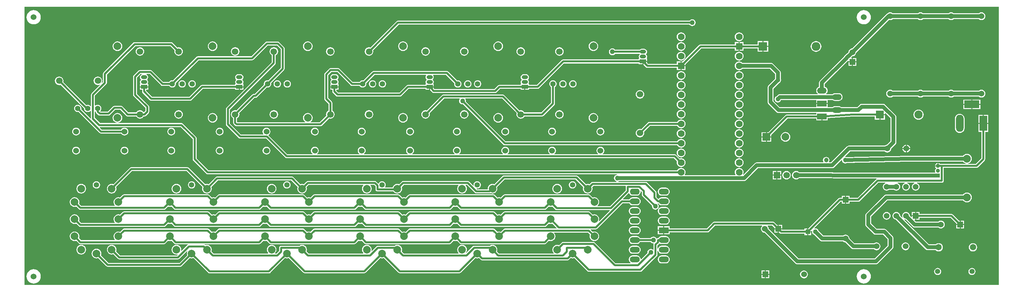
<source format=gbl>
G04 Layer_Physical_Order=2*
G04 Layer_Color=11436288*
%FSLAX25Y25*%
%MOIN*%
G70*
G01*
G75*
%ADD10C,0.01969*%
%ADD11C,0.03937*%
%ADD12C,0.08000*%
%ADD13C,0.04921*%
%ADD14R,0.04921X0.04921*%
%ADD15C,0.06000*%
%ADD16C,0.06693*%
%ADD17C,0.05512*%
%ADD18C,0.07874*%
%ADD19R,0.06000X0.06000*%
G04:AMPARAMS|DCode=20|XSize=102.36mil|YSize=62.99mil|CornerRadius=31.5mil|HoleSize=0mil|Usage=FLASHONLY|Rotation=0.000|XOffset=0mil|YOffset=0mil|HoleType=Round|Shape=RoundedRectangle|*
%AMROUNDEDRECTD20*
21,1,0.10236,0.00000,0,0,0.0*
21,1,0.03937,0.06299,0,0,0.0*
1,1,0.06299,0.01969,0.00000*
1,1,0.06299,-0.01969,0.00000*
1,1,0.06299,-0.01969,0.00000*
1,1,0.06299,0.01969,0.00000*
%
%ADD20ROUNDEDRECTD20*%
%ADD21O,0.10236X0.06299*%
%ADD22R,0.10236X0.06299*%
%ADD23R,0.07000X0.07000*%
%ADD24C,0.07000*%
%ADD25R,0.06500X0.04000*%
%ADD26O,0.06500X0.04000*%
%ADD27C,0.08400*%
%ADD28R,0.08400X0.08400*%
%ADD29C,0.04134*%
%ADD30R,0.04134X0.04134*%
%ADD31R,0.06693X0.06693*%
%ADD32C,0.06496*%
%ADD33C,0.04724*%
%ADD34C,0.05315*%
%ADD35R,0.06000X0.06000*%
%ADD36C,0.05906*%
%ADD37R,0.05906X0.05906*%
%ADD38R,0.07874X0.07874*%
%ADD39R,0.09843X0.05906*%
%ADD40O,0.09843X0.05906*%
%ADD41R,0.09000X0.09000*%
%ADD42C,0.09000*%
%ADD43R,0.15748X0.07874*%
%ADD44R,0.07874X0.15748*%
%ADD45O,0.07874X0.17716*%
%ADD46C,0.05000*%
G36*
X1055000Y680000D02*
X47500D01*
Y967500D01*
X1055000D01*
Y680000D01*
D02*
G37*
%LPC*%
G36*
X786500Y821039D02*
X785325Y820884D01*
X784231Y820431D01*
X783291Y819709D01*
X782569Y818769D01*
X782116Y817675D01*
X781961Y816500D01*
X782116Y815325D01*
X782569Y814231D01*
X783291Y813291D01*
X784231Y812569D01*
X785325Y812116D01*
X786500Y811961D01*
X787675Y812116D01*
X788769Y812569D01*
X789709Y813291D01*
X790431Y814231D01*
X790884Y815325D01*
X791039Y816500D01*
X790884Y817675D01*
X790431Y818769D01*
X789709Y819709D01*
X788769Y820431D01*
X787675Y820884D01*
X786500Y821039D01*
D02*
G37*
G36*
X100984Y822932D02*
X99940Y822795D01*
X98967Y822392D01*
X98131Y821750D01*
X97490Y820915D01*
X97087Y819942D01*
X96950Y818898D01*
X97087Y817853D01*
X97490Y816880D01*
X98131Y816045D01*
X98967Y815404D01*
X99940Y815001D01*
X100984Y814863D01*
X102028Y815001D01*
X103001Y815404D01*
X103837Y816045D01*
X104478Y816880D01*
X104881Y817853D01*
X105019Y818898D01*
X104881Y819942D01*
X104478Y820915D01*
X103837Y821750D01*
X103001Y822392D01*
X102028Y822795D01*
X100984Y822932D01*
D02*
G37*
G36*
X991500Y806028D02*
X991199Y805988D01*
X990453Y805679D01*
X989813Y805187D01*
X989321Y804547D01*
X989012Y803801D01*
X988972Y803500D01*
X991500D01*
Y806028D01*
D02*
G37*
G36*
X726500Y821039D02*
X725325Y820884D01*
X724231Y820431D01*
X723291Y819709D01*
X722569Y818769D01*
X722116Y817675D01*
X721961Y816500D01*
X722116Y815325D01*
X722569Y814231D01*
X723291Y813291D01*
X724231Y812569D01*
X725325Y812116D01*
X726500Y811961D01*
X727675Y812116D01*
X728769Y812569D01*
X729709Y813291D01*
X730431Y814231D01*
X730884Y815325D01*
X731039Y816500D01*
X730884Y817675D01*
X730431Y818769D01*
X729709Y819709D01*
X728769Y820431D01*
X727675Y820884D01*
X726500Y821039D01*
D02*
G37*
G36*
X150984Y822932D02*
X149940Y822795D01*
X148967Y822392D01*
X148131Y821750D01*
X147490Y820915D01*
X147087Y819942D01*
X146950Y818898D01*
X147087Y817853D01*
X147490Y816880D01*
X148131Y816045D01*
X148967Y815404D01*
X149940Y815001D01*
X150984Y814863D01*
X152028Y815001D01*
X153001Y815404D01*
X153837Y816045D01*
X154478Y816880D01*
X154881Y817853D01*
X155019Y818898D01*
X154881Y819942D01*
X154478Y820915D01*
X153837Y821750D01*
X153001Y822392D01*
X152028Y822795D01*
X150984Y822932D01*
D02*
G37*
G36*
X297835D02*
X296790Y822795D01*
X295817Y822392D01*
X294982Y821750D01*
X294341Y820915D01*
X293938Y819942D01*
X293800Y818898D01*
X293938Y817853D01*
X294341Y816880D01*
X294982Y816045D01*
X295817Y815404D01*
X296790Y815001D01*
X297835Y814863D01*
X298879Y815001D01*
X299852Y815404D01*
X300687Y816045D01*
X301329Y816880D01*
X301732Y817853D01*
X301869Y818898D01*
X301732Y819942D01*
X301329Y820915D01*
X300687Y821750D01*
X299852Y822392D01*
X298879Y822795D01*
X297835Y822932D01*
D02*
G37*
G36*
X958843Y820500D02*
X955374D01*
X955446Y819956D01*
X955849Y818983D01*
X956490Y818147D01*
X957325Y817506D01*
X958298Y817103D01*
X958843Y817031D01*
Y820500D01*
D02*
G37*
G36*
X199409Y822932D02*
X198365Y822795D01*
X197392Y822392D01*
X196557Y821750D01*
X195915Y820915D01*
X195512Y819942D01*
X195375Y818898D01*
X195512Y817853D01*
X195915Y816880D01*
X196557Y816045D01*
X197392Y815404D01*
X198365Y815001D01*
X199409Y814863D01*
X200454Y815001D01*
X201427Y815404D01*
X202262Y816045D01*
X202903Y816880D01*
X203306Y817853D01*
X203444Y818898D01*
X203306Y819942D01*
X202903Y820915D01*
X202262Y821750D01*
X201427Y822392D01*
X200454Y822795D01*
X199409Y822932D01*
D02*
G37*
G36*
X249409D02*
X248365Y822795D01*
X247392Y822392D01*
X246557Y821750D01*
X245915Y820915D01*
X245512Y819942D01*
X245375Y818898D01*
X245512Y817853D01*
X245915Y816880D01*
X246557Y816045D01*
X247392Y815404D01*
X248365Y815001D01*
X249409Y814863D01*
X250454Y815001D01*
X251427Y815404D01*
X252262Y816045D01*
X252903Y816880D01*
X253306Y817853D01*
X253444Y818898D01*
X253306Y819942D01*
X252903Y820915D01*
X252262Y821750D01*
X251427Y822392D01*
X250454Y822795D01*
X249409Y822932D01*
D02*
G37*
G36*
X786500Y811039D02*
X785325Y810884D01*
X784231Y810431D01*
X783291Y809709D01*
X782569Y808769D01*
X782116Y807675D01*
X781961Y806500D01*
X782116Y805325D01*
X782569Y804231D01*
X783291Y803291D01*
X784231Y802569D01*
X785325Y802116D01*
X786500Y801961D01*
X787675Y802116D01*
X788769Y802569D01*
X789709Y803291D01*
X790431Y804231D01*
X790884Y805325D01*
X791039Y806500D01*
X790884Y807675D01*
X790431Y808769D01*
X789709Y809709D01*
X788769Y810431D01*
X787675Y810884D01*
X786500Y811039D01*
D02*
G37*
G36*
X614173Y787253D02*
X613193Y787124D01*
X612279Y786745D01*
X611494Y786143D01*
X610892Y785359D01*
X610514Y784445D01*
X610385Y783465D01*
X610514Y782484D01*
X610892Y781570D01*
X611494Y780786D01*
X612279Y780184D01*
X613193Y779805D01*
X614173Y779676D01*
X615154Y779805D01*
X616067Y780184D01*
X616852Y780786D01*
X617454Y781570D01*
X617832Y782484D01*
X617962Y783465D01*
X617832Y784445D01*
X617454Y785359D01*
X616852Y786143D01*
X616067Y786745D01*
X615154Y787124D01*
X614173Y787253D01*
D02*
G37*
G36*
X835500Y797884D02*
X834365Y797735D01*
X833308Y797297D01*
X832400Y796600D01*
X831703Y795692D01*
X831265Y794635D01*
X831116Y793500D01*
X831265Y792365D01*
X831703Y791308D01*
X832400Y790400D01*
X833308Y789703D01*
X834365Y789265D01*
X835500Y789116D01*
X836635Y789265D01*
X837692Y789703D01*
X838600Y790400D01*
X839297Y791308D01*
X839735Y792365D01*
X839884Y793500D01*
X839735Y794635D01*
X839297Y795692D01*
X838600Y796600D01*
X837692Y797297D01*
X836635Y797735D01*
X835500Y797884D01*
D02*
G37*
G36*
X220472Y787253D02*
X219492Y787124D01*
X218578Y786745D01*
X217794Y786143D01*
X217192Y785359D01*
X216813Y784445D01*
X216684Y783465D01*
X216813Y782484D01*
X217192Y781570D01*
X217794Y780786D01*
X218578Y780184D01*
X219492Y779805D01*
X220472Y779676D01*
X221453Y779805D01*
X222367Y780184D01*
X223151Y780786D01*
X223753Y781570D01*
X224132Y782484D01*
X224261Y783465D01*
X224132Y784445D01*
X223753Y785359D01*
X223151Y786143D01*
X222367Y786745D01*
X221453Y787124D01*
X220472Y787253D01*
D02*
G37*
G36*
X318898D02*
X317917Y787124D01*
X317003Y786745D01*
X316219Y786143D01*
X315617Y785359D01*
X315238Y784445D01*
X315109Y783465D01*
X315238Y782484D01*
X315617Y781570D01*
X316219Y780786D01*
X317003Y780184D01*
X317917Y779805D01*
X318898Y779676D01*
X319878Y779805D01*
X320792Y780184D01*
X321576Y780786D01*
X322178Y781570D01*
X322557Y782484D01*
X322686Y783465D01*
X322557Y784445D01*
X322178Y785359D01*
X321576Y786143D01*
X320792Y786745D01*
X319878Y787124D01*
X318898Y787253D01*
D02*
G37*
G36*
X825000Y793000D02*
X821154D01*
Y789153D01*
X825000D01*
Y793000D01*
D02*
G37*
G36*
X829846Y797847D02*
X826000D01*
Y794000D01*
X829846D01*
Y797847D01*
D02*
G37*
G36*
X305433Y925644D02*
X304298Y925494D01*
X303241Y925056D01*
X302333Y924360D01*
X301636Y923452D01*
X301198Y922394D01*
X301049Y921260D01*
X301198Y920125D01*
X301636Y919068D01*
X302333Y918160D01*
X303241Y917463D01*
X303410Y917393D01*
Y910271D01*
X256569Y863431D01*
X256131Y862774D01*
X255977Y862000D01*
Y846000D01*
X256131Y845226D01*
X256569Y844569D01*
X269069Y832069D01*
X269726Y831631D01*
X270500Y831477D01*
X297362D01*
X317169Y811669D01*
X317826Y811231D01*
X318600Y811077D01*
X719062D01*
X722218Y807921D01*
X722116Y807675D01*
X721961Y806500D01*
X722116Y805325D01*
X722569Y804231D01*
X723291Y803291D01*
X724231Y802569D01*
X725325Y802116D01*
X726500Y801961D01*
X727675Y802116D01*
X728769Y802569D01*
X729709Y803291D01*
X730431Y804231D01*
X730884Y805325D01*
X731039Y806500D01*
X730884Y807675D01*
X730431Y808769D01*
X729709Y809709D01*
X728769Y810431D01*
X727675Y810884D01*
X726500Y811039D01*
X725325Y810884D01*
X725079Y810782D01*
X721331Y814531D01*
X720674Y814969D01*
X719900Y815123D01*
X645583D01*
X645414Y815623D01*
X645963Y816045D01*
X646604Y816880D01*
X647007Y817853D01*
X647145Y818898D01*
X647007Y819942D01*
X646604Y820915D01*
X645963Y821750D01*
X645127Y822392D01*
X644154Y822795D01*
X643110Y822932D01*
X642066Y822795D01*
X641093Y822392D01*
X640257Y821750D01*
X639616Y820915D01*
X639213Y819942D01*
X639076Y818898D01*
X639213Y817853D01*
X639616Y816880D01*
X640257Y816045D01*
X640807Y815623D01*
X640637Y815123D01*
X595583D01*
X595414Y815623D01*
X595963Y816045D01*
X596604Y816880D01*
X597007Y817853D01*
X597145Y818898D01*
X597007Y819942D01*
X596604Y820915D01*
X595963Y821750D01*
X595127Y822392D01*
X594154Y822795D01*
X593110Y822932D01*
X592066Y822795D01*
X591093Y822392D01*
X590257Y821750D01*
X589616Y820915D01*
X589213Y819942D01*
X589076Y818898D01*
X589213Y817853D01*
X589616Y816880D01*
X590257Y816045D01*
X590807Y815623D01*
X590637Y815123D01*
X547158D01*
X546988Y815623D01*
X547538Y816045D01*
X548179Y816880D01*
X548582Y817853D01*
X548720Y818898D01*
X548582Y819942D01*
X548179Y820915D01*
X547538Y821750D01*
X546702Y822392D01*
X545729Y822795D01*
X544685Y822932D01*
X543641Y822795D01*
X542668Y822392D01*
X541832Y821750D01*
X541191Y820915D01*
X540788Y819942D01*
X540651Y818898D01*
X540788Y817853D01*
X541191Y816880D01*
X541832Y816045D01*
X542382Y815623D01*
X542212Y815123D01*
X497158D01*
X496988Y815623D01*
X497538Y816045D01*
X498179Y816880D01*
X498582Y817853D01*
X498720Y818898D01*
X498582Y819942D01*
X498179Y820915D01*
X497538Y821750D01*
X496702Y822392D01*
X495729Y822795D01*
X494685Y822932D01*
X493641Y822795D01*
X492668Y822392D01*
X491832Y821750D01*
X491191Y820915D01*
X490788Y819942D01*
X490651Y818898D01*
X490788Y817853D01*
X491191Y816880D01*
X491832Y816045D01*
X492382Y815623D01*
X492212Y815123D01*
X448733D01*
X448563Y815623D01*
X449113Y816045D01*
X449754Y816880D01*
X450157Y817853D01*
X450294Y818898D01*
X450157Y819942D01*
X449754Y820915D01*
X449113Y821750D01*
X448277Y822392D01*
X447304Y822795D01*
X446260Y822932D01*
X445216Y822795D01*
X444242Y822392D01*
X443407Y821750D01*
X442766Y820915D01*
X442363Y819942D01*
X442225Y818898D01*
X442363Y817853D01*
X442766Y816880D01*
X443407Y816045D01*
X443957Y815623D01*
X443787Y815123D01*
X398733D01*
X398563Y815623D01*
X399113Y816045D01*
X399754Y816880D01*
X400157Y817853D01*
X400294Y818898D01*
X400157Y819942D01*
X399754Y820915D01*
X399113Y821750D01*
X398277Y822392D01*
X397304Y822795D01*
X396260Y822932D01*
X395216Y822795D01*
X394243Y822392D01*
X393407Y821750D01*
X392766Y820915D01*
X392363Y819942D01*
X392225Y818898D01*
X392363Y817853D01*
X392766Y816880D01*
X393407Y816045D01*
X393956Y815623D01*
X393787Y815123D01*
X350308D01*
X350138Y815623D01*
X350687Y816045D01*
X351329Y816880D01*
X351732Y817853D01*
X351869Y818898D01*
X351732Y819942D01*
X351329Y820915D01*
X350687Y821750D01*
X349852Y822392D01*
X348879Y822795D01*
X347835Y822932D01*
X346790Y822795D01*
X345817Y822392D01*
X344982Y821750D01*
X344341Y820915D01*
X343938Y819942D01*
X343800Y818898D01*
X343938Y817853D01*
X344341Y816880D01*
X344982Y816045D01*
X345531Y815623D01*
X345361Y815123D01*
X319438D01*
X299966Y834595D01*
X299942Y834699D01*
X300037Y835231D01*
X300687Y835730D01*
X301329Y836565D01*
X301732Y837538D01*
X301869Y838583D01*
X301732Y839627D01*
X301329Y840600D01*
X300687Y841435D01*
X299852Y842077D01*
X298879Y842480D01*
X297835Y842617D01*
X296790Y842480D01*
X295817Y842077D01*
X294982Y841435D01*
X294341Y840600D01*
X293938Y839627D01*
X293800Y838583D01*
X293938Y837538D01*
X294341Y836565D01*
X294757Y836023D01*
X294510Y835523D01*
X271338D01*
X260023Y846838D01*
Y861162D01*
X306864Y908002D01*
X307302Y908659D01*
X307456Y909433D01*
Y917393D01*
X307625Y917463D01*
X308533Y918160D01*
X309230Y919068D01*
X309668Y920125D01*
X309817Y921260D01*
X309668Y922394D01*
X309230Y923452D01*
X308533Y924360D01*
X307625Y925056D01*
X306568Y925494D01*
X305433Y925644D01*
D02*
G37*
G36*
X829846Y793000D02*
X826000D01*
Y789153D01*
X829846D01*
Y793000D01*
D02*
G37*
G36*
X825000Y797847D02*
X821154D01*
Y794000D01*
X825000D01*
Y797847D01*
D02*
G37*
G36*
X963311Y820500D02*
X959843D01*
Y817031D01*
X960387Y817103D01*
X961360Y817506D01*
X962195Y818147D01*
X962837Y818983D01*
X963240Y819956D01*
X963311Y820500D01*
D02*
G37*
G36*
X347835Y842617D02*
X346790Y842480D01*
X345817Y842077D01*
X344982Y841435D01*
X344341Y840600D01*
X343938Y839627D01*
X343800Y838583D01*
X343938Y837538D01*
X344341Y836565D01*
X344982Y835730D01*
X345817Y835089D01*
X346790Y834686D01*
X347835Y834548D01*
X348879Y834686D01*
X349852Y835089D01*
X350687Y835730D01*
X351329Y836565D01*
X351732Y837538D01*
X351869Y838583D01*
X351732Y839627D01*
X351329Y840600D01*
X350687Y841435D01*
X349852Y842077D01*
X348879Y842480D01*
X347835Y842617D01*
D02*
G37*
G36*
X396260D02*
X395216Y842480D01*
X394243Y842077D01*
X393407Y841435D01*
X392766Y840600D01*
X392363Y839627D01*
X392225Y838583D01*
X392363Y837538D01*
X392766Y836565D01*
X393407Y835730D01*
X394243Y835089D01*
X395216Y834686D01*
X396260Y834548D01*
X397304Y834686D01*
X398277Y835089D01*
X399113Y835730D01*
X399754Y836565D01*
X400157Y837538D01*
X400294Y838583D01*
X400157Y839627D01*
X399754Y840600D01*
X399113Y841435D01*
X398277Y842077D01*
X397304Y842480D01*
X396260Y842617D01*
D02*
G37*
G36*
X199409D02*
X198365Y842480D01*
X197392Y842077D01*
X196557Y841435D01*
X195915Y840600D01*
X195512Y839627D01*
X195375Y838583D01*
X195512Y837538D01*
X195915Y836565D01*
X196557Y835730D01*
X197392Y835089D01*
X198365Y834686D01*
X199409Y834548D01*
X200454Y834686D01*
X201427Y835089D01*
X202262Y835730D01*
X202903Y836565D01*
X203306Y837538D01*
X203444Y838583D01*
X203306Y839627D01*
X202903Y840600D01*
X202262Y841435D01*
X201427Y842077D01*
X200454Y842480D01*
X199409Y842617D01*
D02*
G37*
G36*
X249409D02*
X248365Y842480D01*
X247392Y842077D01*
X246557Y841435D01*
X245915Y840600D01*
X245512Y839627D01*
X245375Y838583D01*
X245512Y837538D01*
X245915Y836565D01*
X246557Y835730D01*
X247392Y835089D01*
X248365Y834686D01*
X249409Y834548D01*
X250454Y834686D01*
X251427Y835089D01*
X252262Y835730D01*
X252903Y836565D01*
X253306Y837538D01*
X253444Y838583D01*
X253306Y839627D01*
X252903Y840600D01*
X252262Y841435D01*
X251427Y842077D01*
X250454Y842480D01*
X249409Y842617D01*
D02*
G37*
G36*
X446260D02*
X445216Y842480D01*
X444242Y842077D01*
X443407Y841435D01*
X442766Y840600D01*
X442363Y839627D01*
X442225Y838583D01*
X442363Y837538D01*
X442766Y836565D01*
X443407Y835730D01*
X444242Y835089D01*
X445216Y834686D01*
X446260Y834548D01*
X447304Y834686D01*
X448277Y835089D01*
X449113Y835730D01*
X449754Y836565D01*
X450157Y837538D01*
X450294Y838583D01*
X450157Y839627D01*
X449754Y840600D01*
X449113Y841435D01*
X448277Y842077D01*
X447304Y842480D01*
X446260Y842617D01*
D02*
G37*
G36*
X593110D02*
X592066Y842480D01*
X591093Y842077D01*
X590257Y841435D01*
X589616Y840600D01*
X589213Y839627D01*
X589076Y838583D01*
X589213Y837538D01*
X589616Y836565D01*
X590257Y835730D01*
X591093Y835089D01*
X592066Y834686D01*
X593110Y834548D01*
X594154Y834686D01*
X595127Y835089D01*
X595963Y835730D01*
X596604Y836565D01*
X597007Y837538D01*
X597145Y838583D01*
X597007Y839627D01*
X596604Y840600D01*
X595963Y841435D01*
X595127Y842077D01*
X594154Y842480D01*
X593110Y842617D01*
D02*
G37*
G36*
X643110D02*
X642066Y842480D01*
X641093Y842077D01*
X640257Y841435D01*
X639616Y840600D01*
X639213Y839627D01*
X639076Y838583D01*
X639213Y837538D01*
X639616Y836565D01*
X640257Y835730D01*
X641093Y835089D01*
X642066Y834686D01*
X643110Y834548D01*
X644154Y834686D01*
X645127Y835089D01*
X645963Y835730D01*
X646604Y836565D01*
X647007Y837538D01*
X647145Y838583D01*
X647007Y839627D01*
X646604Y840600D01*
X645963Y841435D01*
X645127Y842077D01*
X644154Y842480D01*
X643110Y842617D01*
D02*
G37*
G36*
X494685D02*
X493641Y842480D01*
X492668Y842077D01*
X491832Y841435D01*
X491191Y840600D01*
X490788Y839627D01*
X490651Y838583D01*
X490788Y837538D01*
X491191Y836565D01*
X491832Y835730D01*
X492668Y835089D01*
X493641Y834686D01*
X494685Y834548D01*
X495729Y834686D01*
X496702Y835089D01*
X497538Y835730D01*
X498179Y836565D01*
X498582Y837538D01*
X498720Y838583D01*
X498582Y839627D01*
X498179Y840600D01*
X497538Y841435D01*
X496702Y842077D01*
X495729Y842480D01*
X494685Y842617D01*
D02*
G37*
G36*
X544685D02*
X543641Y842480D01*
X542668Y842077D01*
X541832Y841435D01*
X541191Y840600D01*
X540788Y839627D01*
X540651Y838583D01*
X540788Y837538D01*
X541191Y836565D01*
X541832Y835730D01*
X542668Y835089D01*
X543641Y834686D01*
X544685Y834548D01*
X545729Y834686D01*
X546702Y835089D01*
X547538Y835730D01*
X548179Y836565D01*
X548582Y837538D01*
X548720Y838583D01*
X548582Y839627D01*
X548179Y840600D01*
X547538Y841435D01*
X546702Y842077D01*
X545729Y842480D01*
X544685Y842617D01*
D02*
G37*
G36*
X100984D02*
X99940Y842480D01*
X98967Y842077D01*
X98131Y841435D01*
X97490Y840600D01*
X97087Y839627D01*
X96950Y838583D01*
X97087Y837538D01*
X97490Y836565D01*
X98131Y835730D01*
X98967Y835089D01*
X99940Y834686D01*
X100984Y834548D01*
X102028Y834686D01*
X103001Y835089D01*
X103837Y835730D01*
X104478Y836565D01*
X104881Y837538D01*
X105019Y838583D01*
X104881Y839627D01*
X104478Y840600D01*
X103837Y841435D01*
X103001Y842077D01*
X102028Y842480D01*
X100984Y842617D01*
D02*
G37*
G36*
X786500Y831039D02*
X785325Y830884D01*
X784231Y830431D01*
X783291Y829709D01*
X782569Y828769D01*
X782116Y827675D01*
X781961Y826500D01*
X782116Y825325D01*
X782569Y824231D01*
X783291Y823291D01*
X784231Y822569D01*
X785325Y822116D01*
X786500Y821961D01*
X787675Y822116D01*
X788769Y822569D01*
X789709Y823291D01*
X790431Y824231D01*
X790884Y825325D01*
X791039Y826500D01*
X790884Y827675D01*
X790431Y828769D01*
X789709Y829709D01*
X788769Y830431D01*
X787675Y830884D01*
X786500Y831039D01*
D02*
G37*
G36*
X834343Y837980D02*
X833054Y837810D01*
X831853Y837313D01*
X830822Y836521D01*
X830030Y835490D01*
X829533Y834289D01*
X829363Y833000D01*
X829533Y831711D01*
X830030Y830510D01*
X830822Y829479D01*
X831853Y828687D01*
X833054Y828190D01*
X834343Y828020D01*
X835631Y828190D01*
X836832Y828687D01*
X837864Y829479D01*
X838655Y830510D01*
X839153Y831711D01*
X839322Y833000D01*
X839153Y834289D01*
X838655Y835490D01*
X837864Y836521D01*
X836832Y837313D01*
X835631Y837810D01*
X834343Y837980D01*
D02*
G37*
G36*
X958843Y824969D02*
X958298Y824897D01*
X957325Y824494D01*
X956490Y823853D01*
X955849Y823017D01*
X955446Y822044D01*
X955374Y821500D01*
X958843D01*
Y824969D01*
D02*
G37*
G36*
X959843D02*
Y821500D01*
X963311D01*
X963240Y822044D01*
X962837Y823017D01*
X962195Y823853D01*
X961360Y824494D01*
X960387Y824897D01*
X959843Y824969D01*
D02*
G37*
G36*
X814157Y832500D02*
X809720D01*
Y828063D01*
X814157D01*
Y832500D01*
D02*
G37*
G36*
X786500Y841039D02*
X785325Y840884D01*
X784231Y840431D01*
X783291Y839709D01*
X782569Y838769D01*
X782116Y837675D01*
X781961Y836500D01*
X782116Y835325D01*
X782569Y834231D01*
X783291Y833291D01*
X784231Y832569D01*
X785325Y832116D01*
X786500Y831961D01*
X787675Y832116D01*
X788769Y832569D01*
X789709Y833291D01*
X790431Y834231D01*
X790884Y835325D01*
X791039Y836500D01*
X790884Y837675D01*
X790431Y838769D01*
X789709Y839709D01*
X788769Y840431D01*
X787675Y840884D01*
X786500Y841039D01*
D02*
G37*
G36*
X814157Y837937D02*
X809720D01*
Y833500D01*
X814157D01*
Y837937D01*
D02*
G37*
G36*
X819594Y832500D02*
X815157D01*
Y828063D01*
X819594D01*
Y832500D01*
D02*
G37*
G36*
X726500Y841039D02*
X725325Y840884D01*
X724231Y840431D01*
X723291Y839709D01*
X722569Y838769D01*
X722116Y837675D01*
X721961Y836500D01*
X722116Y835325D01*
X722569Y834231D01*
X723291Y833291D01*
X724231Y832569D01*
X725325Y832116D01*
X726500Y831961D01*
X727675Y832116D01*
X728769Y832569D01*
X729709Y833291D01*
X730431Y834231D01*
X730884Y835325D01*
X731039Y836500D01*
X730884Y837675D01*
X730431Y838769D01*
X729709Y839709D01*
X728769Y840431D01*
X727675Y840884D01*
X726500Y841039D01*
D02*
G37*
G36*
X122047Y787253D02*
X121067Y787124D01*
X120153Y786745D01*
X119369Y786143D01*
X118766Y785359D01*
X118388Y784445D01*
X118259Y783465D01*
X118388Y782484D01*
X118766Y781570D01*
X119369Y780786D01*
X120153Y780184D01*
X121067Y779805D01*
X122047Y779676D01*
X123028Y779805D01*
X123941Y780184D01*
X124726Y780786D01*
X125328Y781570D01*
X125706Y782484D01*
X125836Y783465D01*
X125706Y784445D01*
X125328Y785359D01*
X124726Y786143D01*
X123941Y786745D01*
X123028Y787124D01*
X122047Y787253D01*
D02*
G37*
G36*
X1028217Y723285D02*
X1027108Y723139D01*
X1026074Y722711D01*
X1025187Y722030D01*
X1024506Y721142D01*
X1024078Y720109D01*
X1023932Y719000D01*
X1024078Y717891D01*
X1024506Y716858D01*
X1025187Y715970D01*
X1026074Y715289D01*
X1027108Y714861D01*
X1028217Y714715D01*
X1029326Y714861D01*
X1030359Y715289D01*
X1031246Y715970D01*
X1031927Y716858D01*
X1032355Y717891D01*
X1032501Y719000D01*
X1032355Y720109D01*
X1031927Y721142D01*
X1031246Y722030D01*
X1030359Y722711D01*
X1029326Y723139D01*
X1028217Y723285D01*
D02*
G37*
G36*
X958500Y724035D02*
X957456Y723897D01*
X956483Y723494D01*
X955647Y722853D01*
X955006Y722017D01*
X954603Y721044D01*
X954465Y720000D01*
X954603Y718956D01*
X955006Y717983D01*
X955647Y717147D01*
X956483Y716506D01*
X957456Y716103D01*
X958500Y715966D01*
X959544Y716103D01*
X960517Y716506D01*
X961353Y717147D01*
X961994Y717983D01*
X962397Y718956D01*
X962535Y720000D01*
X962397Y721044D01*
X961994Y722017D01*
X961353Y722853D01*
X960517Y723494D01*
X959544Y723897D01*
X958500Y724035D01*
D02*
G37*
G36*
X106299Y721515D02*
X105010Y721346D01*
X103809Y720848D01*
X102778Y720057D01*
X101987Y719025D01*
X101489Y717824D01*
X101320Y716536D01*
X101489Y715247D01*
X101987Y714046D01*
X102778Y713015D01*
X103809Y712223D01*
X105010Y711726D01*
X106299Y711556D01*
X107588Y711726D01*
X108789Y712223D01*
X109820Y713015D01*
X110612Y714046D01*
X111109Y715247D01*
X111279Y716536D01*
X111109Y717824D01*
X110612Y719025D01*
X109820Y720057D01*
X108789Y720848D01*
X107588Y721346D01*
X106299Y721515D01*
D02*
G37*
G36*
X680469Y720685D02*
X676532D01*
X675448Y720543D01*
X674439Y720125D01*
X673572Y719459D01*
X672907Y718593D01*
X672489Y717583D01*
X672346Y716500D01*
X672489Y715417D01*
X672907Y714407D01*
X673572Y713541D01*
X674439Y712875D01*
X675448Y712457D01*
X676532Y712315D01*
X680469D01*
X681552Y712457D01*
X682561Y712875D01*
X683428Y713541D01*
X684093Y714407D01*
X684511Y715417D01*
X684654Y716500D01*
X684511Y717583D01*
X684093Y718593D01*
X683428Y719459D01*
X682561Y720125D01*
X681552Y720543D01*
X680469Y720685D01*
D02*
G37*
G36*
X861024Y734500D02*
X858063D01*
Y731539D01*
X861024D01*
Y734500D01*
D02*
G37*
G36*
X826390Y737500D02*
X822890D01*
Y734000D01*
X826390D01*
Y737500D01*
D02*
G37*
G36*
X708000Y740650D02*
X702382D01*
Y737000D01*
X708000D01*
Y740650D01*
D02*
G37*
G36*
X680469Y740685D02*
X676532D01*
X675448Y740543D01*
X674439Y740125D01*
X673572Y739460D01*
X672907Y738593D01*
X672489Y737583D01*
X672346Y736500D01*
X672489Y735417D01*
X672907Y734407D01*
X673572Y733540D01*
X674439Y732875D01*
X675448Y732457D01*
X676532Y732315D01*
X680469D01*
X681552Y732457D01*
X682561Y732875D01*
X683428Y733540D01*
X684093Y734407D01*
X684511Y735417D01*
X684654Y736500D01*
X684511Y737583D01*
X684093Y738593D01*
X683428Y739460D01*
X682561Y740125D01*
X681552Y740543D01*
X680469Y740685D01*
D02*
G37*
G36*
X708000Y736000D02*
X702382D01*
Y732350D01*
X708000D01*
Y736000D01*
D02*
G37*
G36*
X710468Y710685D02*
X706531D01*
X705448Y710543D01*
X704439Y710125D01*
X703572Y709459D01*
X702907Y708593D01*
X702489Y707583D01*
X702346Y706500D01*
X702489Y705417D01*
X702907Y704407D01*
X703572Y703541D01*
X704439Y702875D01*
X705448Y702457D01*
X706531Y702315D01*
X710468D01*
X711552Y702457D01*
X712561Y702875D01*
X713428Y703541D01*
X714093Y704407D01*
X714511Y705417D01*
X714654Y706500D01*
X714511Y707583D01*
X714093Y708593D01*
X713428Y709459D01*
X712561Y710125D01*
X711552Y710543D01*
X710468Y710685D01*
D02*
G37*
G36*
X853500Y695035D02*
X852456Y694897D01*
X851483Y694494D01*
X850647Y693853D01*
X850006Y693017D01*
X849603Y692044D01*
X849465Y691000D01*
X849603Y689956D01*
X850006Y688983D01*
X850647Y688147D01*
X851483Y687506D01*
X852456Y687103D01*
X853500Y686966D01*
X854544Y687103D01*
X855517Y687506D01*
X856353Y688147D01*
X856994Y688983D01*
X857397Y689956D01*
X857535Y691000D01*
X857397Y692044D01*
X856994Y693017D01*
X856353Y693853D01*
X855517Y694494D01*
X854544Y694897D01*
X853500Y695035D01*
D02*
G37*
G36*
X813000Y690500D02*
X809500D01*
Y687000D01*
X813000D01*
Y690500D01*
D02*
G37*
G36*
X57087Y696311D02*
X55656Y696170D01*
X54280Y695753D01*
X53012Y695075D01*
X51900Y694163D01*
X50988Y693051D01*
X50310Y691783D01*
X49893Y690407D01*
X49752Y688976D01*
X49893Y687545D01*
X50310Y686170D01*
X50988Y684902D01*
X51900Y683790D01*
X53012Y682878D01*
X54280Y682200D01*
X55656Y681783D01*
X57087Y681642D01*
X58517Y681783D01*
X59893Y682200D01*
X61162Y682878D01*
X62273Y683790D01*
X63185Y684902D01*
X63863Y686170D01*
X64280Y687545D01*
X64421Y688976D01*
X64280Y690407D01*
X63863Y691783D01*
X63185Y693051D01*
X62273Y694163D01*
X61162Y695075D01*
X59893Y695753D01*
X58517Y696170D01*
X57087Y696311D01*
D02*
G37*
G36*
X915354D02*
X913923Y696170D01*
X912547Y695753D01*
X911279Y695075D01*
X910168Y694163D01*
X909256Y693051D01*
X908578Y691783D01*
X908161Y690407D01*
X908020Y688976D01*
X908161Y687545D01*
X908578Y686170D01*
X909256Y684902D01*
X910168Y683790D01*
X911279Y682878D01*
X912547Y682200D01*
X913923Y681783D01*
X915354Y681642D01*
X916785Y681783D01*
X918161Y682200D01*
X919429Y682878D01*
X920541Y683790D01*
X921453Y684902D01*
X922131Y686170D01*
X922548Y687545D01*
X922689Y688976D01*
X922548Y690407D01*
X922131Y691783D01*
X921453Y693051D01*
X920541Y694163D01*
X919429Y695075D01*
X918161Y695753D01*
X916785Y696170D01*
X915354Y696311D01*
D02*
G37*
G36*
X817500Y690500D02*
X814000D01*
Y687000D01*
X817500D01*
Y690500D01*
D02*
G37*
G36*
X813000Y695000D02*
X809500D01*
Y691500D01*
X813000D01*
Y695000D01*
D02*
G37*
G36*
X817500D02*
X814000D01*
Y691500D01*
X817500D01*
Y695000D01*
D02*
G37*
G36*
X991783Y697689D02*
X990829Y697563D01*
X989939Y697195D01*
X989175Y696609D01*
X988589Y695845D01*
X988220Y694955D01*
X988094Y694000D01*
X988220Y693045D01*
X988589Y692156D01*
X989175Y691391D01*
X989939Y690805D01*
X990829Y690437D01*
X991783Y690311D01*
X992738Y690437D01*
X993628Y690805D01*
X994392Y691391D01*
X994978Y692156D01*
X995347Y693045D01*
X995472Y694000D01*
X995347Y694955D01*
X994978Y695845D01*
X994392Y696609D01*
X993628Y697195D01*
X992738Y697563D01*
X991783Y697689D01*
D02*
G37*
G36*
X1027216D02*
X1026262Y697563D01*
X1025372Y697195D01*
X1024608Y696609D01*
X1024022Y695845D01*
X1023653Y694955D01*
X1023527Y694000D01*
X1023653Y693045D01*
X1024022Y692156D01*
X1024608Y691391D01*
X1025372Y690805D01*
X1026262Y690437D01*
X1027216Y690311D01*
X1028171Y690437D01*
X1029061Y690805D01*
X1029825Y691391D01*
X1030411Y692156D01*
X1030780Y693045D01*
X1030905Y694000D01*
X1030780Y694955D01*
X1030411Y695845D01*
X1029825Y696609D01*
X1029061Y697195D01*
X1028171Y697563D01*
X1027216Y697689D01*
D02*
G37*
G36*
X857063Y738461D02*
X854102D01*
Y737023D01*
X830890D01*
Y737500D01*
X827390D01*
Y734000D01*
X828029D01*
X828459Y733569D01*
X829116Y733131D01*
X829890Y732977D01*
X854102D01*
Y731539D01*
X857063D01*
Y735000D01*
Y738461D01*
D02*
G37*
G36*
X896000Y772000D02*
X892500D01*
Y770023D01*
X890563D01*
X889789Y769869D01*
X889132Y769431D01*
X858162Y738461D01*
X858063D01*
Y735500D01*
X861024D01*
Y735600D01*
X861663Y736239D01*
X862087Y735956D01*
X862066Y735903D01*
X861946Y735000D01*
X862066Y734097D01*
X862414Y733255D01*
X862969Y732532D01*
X863692Y731977D01*
X864534Y731628D01*
X864580Y731622D01*
X870320Y725883D01*
X870940Y725407D01*
X871301Y725257D01*
X871662Y725108D01*
X872437Y725006D01*
X893831D01*
X894483Y724506D01*
X895456Y724103D01*
X896270Y723996D01*
X902383Y717883D01*
X903003Y717407D01*
X903514Y717196D01*
X903725Y717108D01*
X904500Y717006D01*
X925831D01*
X926483Y716506D01*
X927456Y716103D01*
X928500Y715966D01*
X929544Y716103D01*
X930517Y716506D01*
X931353Y717147D01*
X931994Y717983D01*
X932397Y718956D01*
X932535Y720000D01*
X932397Y721044D01*
X931994Y722017D01*
X931353Y722853D01*
X930517Y723494D01*
X929544Y723897D01*
X928500Y724035D01*
X927456Y723897D01*
X926483Y723494D01*
X925831Y722994D01*
X905740D01*
X900504Y728230D01*
X900397Y729044D01*
X899994Y730017D01*
X899353Y730853D01*
X898517Y731494D01*
X897544Y731897D01*
X896500Y732034D01*
X895456Y731897D01*
X894483Y731494D01*
X893831Y730994D01*
X873677D01*
X868815Y735857D01*
X868808Y735903D01*
X868460Y736745D01*
X867905Y737468D01*
X867182Y738023D01*
X866340Y738372D01*
X865437Y738490D01*
X864534Y738372D01*
X864481Y738350D01*
X864198Y738774D01*
X891401Y765977D01*
X892500D01*
Y764000D01*
X896000D01*
Y768000D01*
Y772000D01*
D02*
G37*
G36*
X1022000Y775543D02*
X1020695Y775371D01*
X1019478Y774867D01*
X1018434Y774066D01*
X1017995Y773494D01*
X938500D01*
X937725Y773392D01*
X937302Y773217D01*
X937003Y773093D01*
X936383Y772617D01*
X917883Y754117D01*
X917407Y753497D01*
X917196Y752986D01*
X917108Y752775D01*
X917006Y752000D01*
Y742500D01*
X917108Y741725D01*
X917196Y741514D01*
X917407Y741003D01*
X917883Y740383D01*
X925383Y732883D01*
X926003Y732407D01*
X926302Y732283D01*
X926725Y732108D01*
X927500Y732006D01*
X935260D01*
X940006Y727260D01*
Y720740D01*
X926760Y707494D01*
X847850D01*
X817114Y738230D01*
X817007Y739044D01*
X816604Y740017D01*
X815963Y740853D01*
X815897Y740903D01*
X816058Y741377D01*
X820652D01*
X822890Y739139D01*
Y738500D01*
X826390D01*
Y742000D01*
X825751D01*
X822920Y744831D01*
X822264Y745269D01*
X821490Y745423D01*
X760800D01*
X760026Y745269D01*
X759369Y744831D01*
X753062Y738523D01*
X714618D01*
Y740650D01*
X709000D01*
Y736500D01*
Y732350D01*
X714618D01*
Y734477D01*
X753900D01*
X754674Y734631D01*
X755331Y735069D01*
X761638Y741377D01*
X810163D01*
X810323Y740903D01*
X810257Y740853D01*
X809616Y740017D01*
X809213Y739044D01*
X809076Y738000D01*
X809213Y736956D01*
X809616Y735983D01*
X810257Y735147D01*
X811093Y734506D01*
X812066Y734103D01*
X812880Y733996D01*
X844493Y702383D01*
X845113Y701907D01*
X845474Y701757D01*
X845835Y701608D01*
X846610Y701506D01*
X928000D01*
X928775Y701608D01*
X928986Y701695D01*
X929497Y701907D01*
X930117Y702383D01*
X945117Y717383D01*
X945593Y718003D01*
X945717Y718302D01*
X945892Y718725D01*
X945994Y719500D01*
Y728500D01*
X945892Y729275D01*
X945805Y729486D01*
X945593Y729997D01*
X945117Y730617D01*
X938617Y737117D01*
X937997Y737593D01*
X937486Y737805D01*
X937275Y737892D01*
X936500Y737994D01*
X928740D01*
X922994Y743740D01*
Y750760D01*
X939740Y767506D01*
X1017995D01*
X1018434Y766934D01*
X1019478Y766132D01*
X1020695Y765629D01*
X1022000Y765457D01*
X1023305Y765629D01*
X1024522Y766132D01*
X1025566Y766934D01*
X1026367Y767978D01*
X1026871Y769195D01*
X1027043Y770500D01*
X1026871Y771805D01*
X1026367Y773022D01*
X1025566Y774066D01*
X1024522Y774867D01*
X1023305Y775371D01*
X1022000Y775543D01*
D02*
G37*
G36*
X680469Y760685D02*
X676532D01*
X675448Y760543D01*
X674439Y760125D01*
X673572Y759459D01*
X672907Y758593D01*
X672489Y757583D01*
X672346Y756500D01*
X672489Y755417D01*
X672907Y754407D01*
X673572Y753541D01*
X674439Y752875D01*
X675448Y752457D01*
X676532Y752315D01*
X680469D01*
X681552Y752457D01*
X682561Y752875D01*
X683428Y753541D01*
X684093Y754407D01*
X684511Y755417D01*
X684654Y756500D01*
X684511Y757583D01*
X684093Y758593D01*
X683428Y759459D01*
X682561Y760125D01*
X681552Y760543D01*
X680469Y760685D01*
D02*
G37*
G36*
X710468D02*
X706531D01*
X705448Y760543D01*
X704439Y760125D01*
X703572Y759459D01*
X702907Y758593D01*
X702489Y757583D01*
X702346Y756500D01*
X702489Y755417D01*
X702907Y754407D01*
X703572Y753541D01*
X704439Y752875D01*
X705448Y752457D01*
X706531Y752315D01*
X710468D01*
X711552Y752457D01*
X712561Y752875D01*
X713428Y753541D01*
X714093Y754407D01*
X714511Y755417D01*
X714654Y756500D01*
X714511Y757583D01*
X714093Y758593D01*
X713428Y759459D01*
X712561Y760125D01*
X711552Y760543D01*
X710468Y760685D01*
D02*
G37*
G36*
Y780685D02*
X706531D01*
X705448Y780543D01*
X704439Y780125D01*
X703572Y779459D01*
X702907Y778593D01*
X702489Y777583D01*
X702346Y776500D01*
X702489Y775417D01*
X702907Y774407D01*
X703572Y773540D01*
X704439Y772875D01*
X705448Y772457D01*
X706531Y772315D01*
X710468D01*
X711552Y772457D01*
X712561Y772875D01*
X713428Y773540D01*
X714093Y774407D01*
X714511Y775417D01*
X714654Y776500D01*
X714511Y777583D01*
X714093Y778593D01*
X713428Y779459D01*
X712561Y780125D01*
X711552Y780543D01*
X710468Y780685D01*
D02*
G37*
G36*
X303150Y784507D02*
X301861Y784338D01*
X300660Y783840D01*
X299628Y783049D01*
X298837Y782017D01*
X298340Y780816D01*
X298170Y779528D01*
X298340Y778239D01*
X298837Y777038D01*
X299628Y776007D01*
X300660Y775215D01*
X301861Y774718D01*
X303150Y774548D01*
X304438Y774718D01*
X305639Y775215D01*
X306671Y776007D01*
X307462Y777038D01*
X307960Y778239D01*
X308129Y779528D01*
X307960Y780816D01*
X307462Y782017D01*
X306671Y783049D01*
X305639Y783840D01*
X304438Y784338D01*
X303150Y784507D01*
D02*
G37*
G36*
X598425D02*
X597136Y784338D01*
X595935Y783840D01*
X594904Y783049D01*
X594113Y782017D01*
X593615Y780816D01*
X593446Y779528D01*
X593615Y778239D01*
X594113Y777038D01*
X594904Y776007D01*
X595935Y775215D01*
X597136Y774718D01*
X598425Y774548D01*
X599714Y774718D01*
X600915Y775215D01*
X601946Y776007D01*
X602738Y777038D01*
X603235Y778239D01*
X603405Y779528D01*
X603235Y780816D01*
X602738Y782017D01*
X601946Y783049D01*
X600915Y783840D01*
X599714Y784338D01*
X598425Y784507D01*
D02*
G37*
G36*
X106299D02*
X105010Y784338D01*
X103809Y783840D01*
X102778Y783049D01*
X101987Y782017D01*
X101489Y780816D01*
X101320Y779528D01*
X101489Y778239D01*
X101987Y777038D01*
X102778Y776007D01*
X103809Y775215D01*
X105010Y774718D01*
X106299Y774548D01*
X107588Y774718D01*
X108789Y775215D01*
X109820Y776007D01*
X110612Y777038D01*
X111109Y778239D01*
X111279Y779528D01*
X111109Y780816D01*
X110612Y782017D01*
X109820Y783049D01*
X108789Y783840D01*
X107588Y784338D01*
X106299Y784507D01*
D02*
G37*
G36*
X204724D02*
X203436Y784338D01*
X202235Y783840D01*
X201203Y783049D01*
X200412Y782017D01*
X199915Y780816D01*
X199745Y779528D01*
X199915Y778239D01*
X200412Y777038D01*
X201203Y776007D01*
X202235Y775215D01*
X203436Y774718D01*
X204724Y774548D01*
X206013Y774718D01*
X207214Y775215D01*
X208245Y776007D01*
X209037Y777038D01*
X209534Y778239D01*
X209704Y779528D01*
X209534Y780816D01*
X209037Y782017D01*
X208245Y783049D01*
X207214Y783840D01*
X206013Y784338D01*
X204724Y784507D01*
D02*
G37*
G36*
X968500Y755453D02*
X965047D01*
Y752000D01*
X968500D01*
Y755453D01*
D02*
G37*
G36*
X1019000Y742000D02*
X1015500D01*
Y738500D01*
X1019000D01*
Y742000D01*
D02*
G37*
G36*
X680469Y750685D02*
X676532D01*
X675448Y750543D01*
X674439Y750125D01*
X673572Y749460D01*
X672907Y748593D01*
X672489Y747583D01*
X672346Y746500D01*
X672489Y745417D01*
X672907Y744407D01*
X673572Y743540D01*
X674439Y742875D01*
X675448Y742457D01*
X676532Y742315D01*
X680469D01*
X681552Y742457D01*
X682561Y742875D01*
X683428Y743540D01*
X684093Y744407D01*
X684511Y745417D01*
X684654Y746500D01*
X684511Y747583D01*
X684093Y748593D01*
X683428Y749460D01*
X682561Y750125D01*
X681552Y750543D01*
X680469Y750685D01*
D02*
G37*
G36*
X830890Y742000D02*
X827390D01*
Y738500D01*
X830890D01*
Y742000D01*
D02*
G37*
G36*
X1014500D02*
X1011000D01*
Y738500D01*
X1014500D01*
Y742000D01*
D02*
G37*
G36*
X710468Y750685D02*
X706531D01*
X705448Y750543D01*
X704439Y750125D01*
X703572Y749460D01*
X702907Y748593D01*
X702489Y747583D01*
X702346Y746500D01*
X702489Y745417D01*
X702907Y744407D01*
X703572Y743540D01*
X704439Y742875D01*
X705448Y742457D01*
X706531Y742315D01*
X710468D01*
X711552Y742457D01*
X712561Y742875D01*
X713428Y743540D01*
X714093Y744407D01*
X714511Y745417D01*
X714654Y746500D01*
X714511Y747583D01*
X714093Y748593D01*
X713428Y749460D01*
X712561Y750125D01*
X711552Y750543D01*
X710468Y750685D01*
D02*
G37*
G36*
X939000Y755487D02*
X937968Y755351D01*
X937007Y754953D01*
X936181Y754319D01*
X935547Y753493D01*
X935149Y752532D01*
X935013Y751500D01*
X935149Y750468D01*
X935547Y749507D01*
X936181Y748681D01*
X937007Y748047D01*
X937968Y747649D01*
X939000Y747513D01*
X940032Y747649D01*
X940993Y748047D01*
X941819Y748681D01*
X942453Y749507D01*
X942851Y750468D01*
X942987Y751500D01*
X942851Y752532D01*
X942453Y753493D01*
X941819Y754319D01*
X940993Y754953D01*
X940032Y755351D01*
X939000Y755487D01*
D02*
G37*
G36*
X959000D02*
X957968Y755351D01*
X957007Y754953D01*
X956181Y754319D01*
X955547Y753493D01*
X955149Y752532D01*
X955013Y751500D01*
X955149Y750468D01*
X955273Y750168D01*
X954849Y749885D01*
X952949Y751785D01*
X952851Y752532D01*
X952453Y753493D01*
X951819Y754319D01*
X950993Y754953D01*
X950032Y755351D01*
X949000Y755487D01*
X947968Y755351D01*
X947007Y754953D01*
X946181Y754319D01*
X945547Y753493D01*
X945149Y752532D01*
X945013Y751500D01*
X945149Y750468D01*
X945547Y749507D01*
X946181Y748681D01*
X947007Y748047D01*
X947968Y747649D01*
X948715Y747551D01*
X979383Y716883D01*
X980003Y716407D01*
X980302Y716283D01*
X980725Y716108D01*
X981500Y716006D01*
X989726D01*
X989754Y715970D01*
X990641Y715289D01*
X991674Y714861D01*
X992783Y714715D01*
X993892Y714861D01*
X994926Y715289D01*
X995813Y715970D01*
X996494Y716858D01*
X996922Y717891D01*
X997068Y719000D01*
X996922Y720109D01*
X996494Y721142D01*
X995813Y722030D01*
X994926Y722711D01*
X993892Y723139D01*
X992783Y723285D01*
X991674Y723139D01*
X990641Y722711D01*
X989754Y722030D01*
X989726Y721994D01*
X982740D01*
X957385Y747349D01*
X957668Y747773D01*
X957968Y747649D01*
X958715Y747551D01*
X965883Y740383D01*
X966503Y739907D01*
X966802Y739783D01*
X967225Y739608D01*
X968000Y739506D01*
X992331D01*
X992983Y739006D01*
X993956Y738603D01*
X995000Y738465D01*
X996044Y738603D01*
X997017Y739006D01*
X997853Y739647D01*
X998494Y740483D01*
X998897Y741456D01*
X999035Y742500D01*
X998897Y743544D01*
X998494Y744517D01*
X997853Y745353D01*
X997017Y745994D01*
X996044Y746397D01*
X995000Y746534D01*
X993956Y746397D01*
X992983Y745994D01*
X992331Y745494D01*
X969240D01*
X967649Y747085D01*
X967840Y747547D01*
X968500D01*
Y751000D01*
X965047D01*
Y750340D01*
X964585Y750149D01*
X962949Y751785D01*
X962851Y752532D01*
X962453Y753493D01*
X961819Y754319D01*
X960993Y754953D01*
X960032Y755351D01*
X959000Y755487D01*
D02*
G37*
G36*
X972953Y755453D02*
X969500D01*
Y751500D01*
Y747547D01*
X972953D01*
Y749477D01*
X1005162D01*
X1011000Y743639D01*
Y743000D01*
X1014500D01*
Y746500D01*
X1013861D01*
X1007431Y752931D01*
X1006774Y753369D01*
X1006000Y753523D01*
X972953D01*
Y755453D01*
D02*
G37*
G36*
X1019000Y746500D02*
X1015500D01*
Y743000D01*
X1019000D01*
Y746500D01*
D02*
G37*
G36*
X786500Y921039D02*
X785325Y920884D01*
X784231Y920431D01*
X783291Y919709D01*
X782569Y918769D01*
X782116Y917675D01*
X781961Y916500D01*
X782116Y915325D01*
X782569Y914231D01*
X783291Y913291D01*
X784231Y912569D01*
X785325Y912116D01*
X786500Y911961D01*
X787675Y912116D01*
X788769Y912569D01*
X789709Y913291D01*
X790431Y914231D01*
X790884Y915325D01*
X791039Y916500D01*
X790884Y917675D01*
X790431Y918769D01*
X789709Y919709D01*
X788769Y920431D01*
X787675Y920884D01*
X786500Y921039D01*
D02*
G37*
G36*
X167008Y925644D02*
X165873Y925494D01*
X164816Y925056D01*
X163908Y924360D01*
X163211Y923452D01*
X162773Y922394D01*
X162624Y921260D01*
X162773Y920125D01*
X163211Y919068D01*
X163908Y918160D01*
X164816Y917463D01*
X165873Y917025D01*
X167008Y916876D01*
X168142Y917025D01*
X169200Y917463D01*
X170108Y918160D01*
X170804Y919068D01*
X171242Y920125D01*
X171392Y921260D01*
X171242Y922394D01*
X170804Y923452D01*
X170108Y924360D01*
X169200Y925056D01*
X168142Y925494D01*
X167008Y925644D01*
D02*
G37*
G36*
X726500Y921039D02*
X725325Y920884D01*
X724231Y920431D01*
X723291Y919709D01*
X722569Y918769D01*
X722116Y917675D01*
X721961Y916500D01*
X722116Y915325D01*
X722569Y914231D01*
X723291Y913291D01*
X724231Y912569D01*
X725325Y912116D01*
X726500Y911961D01*
X727675Y912116D01*
X728769Y912569D01*
X729709Y913291D01*
X730431Y914231D01*
X730884Y915325D01*
X731039Y916500D01*
X730884Y917675D01*
X730431Y918769D01*
X729709Y919709D01*
X728769Y920431D01*
X727675Y920884D01*
X726500Y921039D01*
D02*
G37*
G36*
X726000Y911000D02*
X722000D01*
Y908523D01*
X692319D01*
X691231Y909610D01*
Y910499D01*
X687481D01*
Y907638D01*
X690050Y905069D01*
X690707Y904631D01*
X691481Y904477D01*
X722000D01*
Y902000D01*
X726000D01*
Y906500D01*
Y911000D01*
D02*
G37*
G36*
X907500Y914579D02*
X904000D01*
Y911079D01*
X907500D01*
Y914579D01*
D02*
G37*
G36*
X462283Y925644D02*
X461149Y925494D01*
X460091Y925056D01*
X459184Y924360D01*
X458487Y923452D01*
X458049Y922394D01*
X457899Y921260D01*
X458049Y920125D01*
X458487Y919068D01*
X459184Y918160D01*
X460091Y917463D01*
X461149Y917025D01*
X462283Y916876D01*
X463418Y917025D01*
X464475Y917463D01*
X465383Y918160D01*
X466080Y919068D01*
X466518Y920125D01*
X466667Y921260D01*
X466518Y922394D01*
X466080Y923452D01*
X465383Y924360D01*
X464475Y925056D01*
X463418Y925494D01*
X462283Y925644D01*
D02*
G37*
G36*
X502283D02*
X501149Y925494D01*
X500091Y925056D01*
X499184Y924360D01*
X498487Y923452D01*
X498049Y922394D01*
X497899Y921260D01*
X498049Y920125D01*
X498487Y919068D01*
X499184Y918160D01*
X500091Y917463D01*
X501149Y917025D01*
X502283Y916876D01*
X503418Y917025D01*
X504475Y917463D01*
X505383Y918160D01*
X506080Y919068D01*
X506518Y920125D01*
X506667Y921260D01*
X506518Y922394D01*
X506080Y923452D01*
X505383Y924360D01*
X504475Y925056D01*
X503418Y925494D01*
X502283Y925644D01*
D02*
G37*
G36*
X363858D02*
X362723Y925494D01*
X361666Y925056D01*
X360758Y924360D01*
X360062Y923452D01*
X359624Y922394D01*
X359474Y921260D01*
X359624Y920125D01*
X360062Y919068D01*
X360758Y918160D01*
X361666Y917463D01*
X362723Y917025D01*
X363858Y916876D01*
X364993Y917025D01*
X366050Y917463D01*
X366958Y918160D01*
X367655Y919068D01*
X368093Y920125D01*
X368242Y921260D01*
X368093Y922394D01*
X367655Y923452D01*
X366958Y924360D01*
X366050Y925056D01*
X364993Y925494D01*
X363858Y925644D01*
D02*
G37*
G36*
X309500Y931523D02*
X298200D01*
X297426Y931369D01*
X296769Y930931D01*
X282162Y916323D01*
X226899D01*
X226124Y916169D01*
X225468Y915731D01*
X201213Y891476D01*
X200394Y891584D01*
X199413Y891454D01*
X198500Y891076D01*
X197715Y890474D01*
X197212Y889818D01*
X191043D01*
X179431Y901431D01*
X178774Y901869D01*
X178000Y902023D01*
X166900D01*
X166126Y901869D01*
X165469Y901431D01*
X160469Y896431D01*
X160031Y895774D01*
X159877Y895000D01*
X159977Y894497D01*
Y876500D01*
X160131Y875726D01*
X160569Y875069D01*
X172477Y863162D01*
Y859838D01*
X171282Y858644D01*
X171204Y858619D01*
X170639Y858707D01*
X170108Y859399D01*
X169200Y860096D01*
X168142Y860534D01*
X167008Y860683D01*
X165873Y860534D01*
X164816Y860096D01*
X163908Y859399D01*
X163211Y858491D01*
X163141Y858322D01*
X155039D01*
X148931Y864431D01*
X148274Y864869D01*
X147500Y865023D01*
X140500D01*
X139726Y864869D01*
X139069Y864431D01*
X133662Y859023D01*
X126338D01*
X125892Y859469D01*
X125915Y859821D01*
X126517Y860606D01*
X126896Y861520D01*
X127025Y862500D01*
X126896Y863480D01*
X126517Y864394D01*
X125915Y865179D01*
X125131Y865781D01*
X124217Y866159D01*
X123236Y866288D01*
X122256Y866159D01*
X121342Y865781D01*
X120923Y865459D01*
X120423Y865706D01*
Y875662D01*
X132231Y887469D01*
X132669Y888126D01*
X132823Y888900D01*
Y897362D01*
X162338Y926877D01*
X198530D01*
X202843Y922563D01*
X202773Y922394D01*
X202624Y921260D01*
X202773Y920125D01*
X203211Y919068D01*
X203908Y918160D01*
X204816Y917463D01*
X205873Y917025D01*
X207008Y916876D01*
X208142Y917025D01*
X209200Y917463D01*
X210108Y918160D01*
X210804Y919068D01*
X211242Y920125D01*
X211392Y921260D01*
X211242Y922394D01*
X210804Y923452D01*
X210108Y924360D01*
X209200Y925056D01*
X208142Y925494D01*
X207008Y925644D01*
X205873Y925494D01*
X205704Y925424D01*
X200798Y930331D01*
X200142Y930769D01*
X199368Y930923D01*
X161500D01*
X160726Y930769D01*
X160069Y930331D01*
X129369Y899631D01*
X128931Y898974D01*
X128777Y898200D01*
Y889738D01*
X127831Y888793D01*
X127408Y889076D01*
X127735Y889865D01*
X127884Y891000D01*
X127735Y892135D01*
X127297Y893192D01*
X126600Y894100D01*
X125692Y894797D01*
X124635Y895235D01*
X123500Y895384D01*
X122365Y895235D01*
X121308Y894797D01*
X120400Y894100D01*
X119703Y893192D01*
X119265Y892135D01*
X119116Y891000D01*
X119265Y889865D01*
X119703Y888808D01*
X120400Y887900D01*
X121308Y887203D01*
X122365Y886765D01*
X123500Y886616D01*
X124635Y886765D01*
X125424Y887092D01*
X125707Y886669D01*
X116969Y877931D01*
X116531Y877274D01*
X116377Y876500D01*
Y865090D01*
X115877Y864921D01*
X115679Y865179D01*
X114894Y865781D01*
X113981Y866159D01*
X113000Y866288D01*
X112020Y866159D01*
X111441Y865920D01*
X87665Y889697D01*
X87735Y889865D01*
X87884Y891000D01*
X87735Y892135D01*
X87297Y893192D01*
X86600Y894100D01*
X85692Y894797D01*
X84635Y895235D01*
X83500Y895384D01*
X82365Y895235D01*
X81308Y894797D01*
X80400Y894100D01*
X79703Y893192D01*
X79265Y892135D01*
X79116Y891000D01*
X79265Y889865D01*
X79703Y888808D01*
X80400Y887900D01*
X81308Y887203D01*
X82365Y886765D01*
X83500Y886616D01*
X84635Y886765D01*
X84803Y886835D01*
X109223Y862416D01*
X109341Y861520D01*
X109719Y860606D01*
X110321Y859821D01*
X111106Y859219D01*
X112020Y858841D01*
X113000Y858712D01*
X113981Y858841D01*
X114894Y859219D01*
X115679Y859821D01*
X115877Y860079D01*
X116377Y859910D01*
Y852455D01*
X115877Y852248D01*
X106445Y861681D01*
X106552Y862500D01*
X106423Y863480D01*
X106045Y864394D01*
X105443Y865179D01*
X104658Y865781D01*
X103744Y866159D01*
X102764Y866288D01*
X101784Y866159D01*
X100870Y865781D01*
X100085Y865179D01*
X99483Y864394D01*
X99105Y863480D01*
X98976Y862500D01*
X99105Y861520D01*
X99483Y860606D01*
X100085Y859821D01*
X100870Y859219D01*
X101784Y858841D01*
X102764Y858712D01*
X103583Y858819D01*
X125251Y837152D01*
X125907Y836714D01*
X126681Y836559D01*
X147495D01*
X148131Y835730D01*
X148967Y835089D01*
X149940Y834686D01*
X150984Y834548D01*
X152028Y834686D01*
X153001Y835089D01*
X153837Y835730D01*
X154478Y836565D01*
X154881Y837538D01*
X155019Y838583D01*
X154881Y839627D01*
X154478Y840600D01*
X153837Y841435D01*
X153001Y842077D01*
X152028Y842480D01*
X150984Y842617D01*
X149940Y842480D01*
X148967Y842077D01*
X148131Y841435D01*
X147495Y840606D01*
X127519D01*
X125348Y842777D01*
X125555Y843277D01*
X209162D01*
X221477Y830962D01*
Y810000D01*
X221631Y809226D01*
X222069Y808569D01*
X235569Y795069D01*
X236226Y794631D01*
X237000Y794477D01*
X660162D01*
X660195Y793977D01*
X659686Y793910D01*
X658835Y793557D01*
X658104Y792996D01*
X657543Y792265D01*
X657190Y791414D01*
X657070Y790500D01*
X657190Y789586D01*
X657543Y788735D01*
X658104Y788004D01*
X658835Y787443D01*
X659686Y787090D01*
X659567Y786626D01*
X634996D01*
X634222Y786472D01*
X633566Y786033D01*
X631677Y784144D01*
X631210Y784338D01*
X629921Y784507D01*
X628632Y784338D01*
X628166Y784144D01*
X619683Y792627D01*
X619027Y793065D01*
X618253Y793219D01*
X543164D01*
X542390Y793065D01*
X541734Y792627D01*
X533251Y784144D01*
X532785Y784338D01*
X531496Y784507D01*
X530207Y784338D01*
X529006Y783840D01*
X527975Y783049D01*
X527183Y782017D01*
X526686Y780816D01*
X526516Y779528D01*
X526573Y779099D01*
X526243Y778723D01*
X515638D01*
X515104Y779257D01*
X515338Y779730D01*
X515748Y779676D01*
X516728Y779805D01*
X517642Y780184D01*
X518427Y780786D01*
X519029Y781570D01*
X519407Y782484D01*
X519536Y783465D01*
X519407Y784445D01*
X519029Y785359D01*
X518427Y786143D01*
X517642Y786745D01*
X516728Y787124D01*
X515748Y787253D01*
X514768Y787124D01*
X513854Y786745D01*
X513069Y786143D01*
X512467Y785359D01*
X512089Y784445D01*
X511960Y783465D01*
X512014Y783055D01*
X511540Y782821D01*
X507431Y786931D01*
X506774Y787369D01*
X506000Y787523D01*
X439043D01*
X438269Y787369D01*
X437613Y786931D01*
X434826Y784144D01*
X434360Y784338D01*
X433071Y784507D01*
X431782Y784338D01*
X430581Y783840D01*
X429550Y783049D01*
X428758Y782017D01*
X428261Y780816D01*
X428249Y780723D01*
X420584D01*
X420337Y781223D01*
X420604Y781570D01*
X420982Y782484D01*
X421111Y783465D01*
X420982Y784445D01*
X420604Y785359D01*
X420002Y786143D01*
X419217Y786745D01*
X418303Y787124D01*
X417323Y787253D01*
X416342Y787124D01*
X415429Y786745D01*
X414644Y786143D01*
X414042Y785359D01*
X413910Y785039D01*
X413419Y784942D01*
X411431Y786931D01*
X410774Y787369D01*
X410000Y787523D01*
X340618D01*
X339844Y787369D01*
X339187Y786931D01*
X336401Y784144D01*
X335934Y784338D01*
X334646Y784507D01*
X333357Y784338D01*
X332890Y784144D01*
X325604Y791431D01*
X324947Y791869D01*
X324173Y792023D01*
X246693D01*
X245919Y791869D01*
X245262Y791431D01*
X237976Y784144D01*
X237509Y784338D01*
X236220Y784507D01*
X234932Y784338D01*
X234465Y784144D01*
X217479Y801131D01*
X216822Y801569D01*
X216048Y801723D01*
X157968D01*
X157193Y801569D01*
X156537Y801131D01*
X139551Y784144D01*
X139084Y784338D01*
X137795Y784507D01*
X136506Y784338D01*
X135305Y783840D01*
X134274Y783049D01*
X133483Y782017D01*
X132985Y780816D01*
X132816Y779528D01*
X132985Y778239D01*
X133483Y777038D01*
X134274Y776007D01*
X135305Y775215D01*
X136506Y774718D01*
X137795Y774548D01*
X139084Y774718D01*
X140285Y775215D01*
X141316Y776007D01*
X142108Y777038D01*
X142605Y778239D01*
X142775Y779528D01*
X142605Y780816D01*
X142412Y781283D01*
X158806Y797677D01*
X215210D01*
X231604Y781283D01*
X231411Y780816D01*
X231241Y779528D01*
X231411Y778239D01*
X231908Y777038D01*
X232699Y776007D01*
X233731Y775215D01*
X234932Y774718D01*
X236220Y774548D01*
X237509Y774718D01*
X238710Y775215D01*
X239741Y776007D01*
X240533Y777038D01*
X241030Y778239D01*
X241200Y779528D01*
X241030Y780816D01*
X240837Y781283D01*
X247531Y787977D01*
X323335D01*
X330029Y781283D01*
X329836Y780816D01*
X329666Y779528D01*
X329836Y778239D01*
X330333Y777038D01*
X331124Y776007D01*
X332156Y775215D01*
X333357Y774718D01*
X334646Y774548D01*
X335934Y774718D01*
X337135Y775215D01*
X338167Y776007D01*
X338958Y777038D01*
X339456Y778239D01*
X339625Y779528D01*
X339456Y780816D01*
X339262Y781283D01*
X341456Y783477D01*
X397871D01*
X397998Y782977D01*
X397262Y782017D01*
X396765Y780816D01*
X396595Y779528D01*
X396765Y778239D01*
X397262Y777038D01*
X398054Y776007D01*
X399085Y775215D01*
X400286Y774718D01*
X401575Y774548D01*
X402864Y774718D01*
X404065Y775215D01*
X405096Y776007D01*
X405887Y777038D01*
X406385Y778239D01*
X406554Y779528D01*
X406385Y780816D01*
X405887Y782017D01*
X405151Y782977D01*
X405278Y783477D01*
X409162D01*
X410560Y782079D01*
Y781501D01*
X410577Y781414D01*
Y778700D01*
X410731Y777926D01*
X411169Y777269D01*
X411826Y776831D01*
X412600Y776677D01*
X429035D01*
X429550Y776007D01*
X430581Y775215D01*
X431782Y774718D01*
X433071Y774548D01*
X434360Y774718D01*
X435561Y775215D01*
X436592Y776007D01*
X437383Y777038D01*
X437881Y778239D01*
X438050Y779528D01*
X437881Y780816D01*
X437687Y781283D01*
X439881Y783477D01*
X496297D01*
X496424Y782977D01*
X495687Y782017D01*
X495190Y780816D01*
X495020Y779528D01*
X495190Y778239D01*
X495687Y777038D01*
X496479Y776007D01*
X497510Y775215D01*
X498711Y774718D01*
X500000Y774548D01*
X501289Y774718D01*
X502490Y775215D01*
X503521Y776007D01*
X504313Y777038D01*
X504810Y778239D01*
X504980Y779528D01*
X504810Y780816D01*
X504313Y782017D01*
X503576Y782977D01*
X503703Y783477D01*
X505162D01*
X513369Y775269D01*
X514026Y774831D01*
X514800Y774677D01*
X528668D01*
X529443Y774831D01*
X529631Y774957D01*
X530207Y774718D01*
X531496Y774548D01*
X532785Y774718D01*
X533986Y775215D01*
X535017Y776007D01*
X535809Y777038D01*
X536306Y778239D01*
X536476Y779528D01*
X536306Y780816D01*
X536113Y781283D01*
X544002Y789173D01*
X617415D01*
X625305Y781283D01*
X625111Y780816D01*
X624942Y779528D01*
X625111Y778239D01*
X625609Y777038D01*
X626400Y776007D01*
X627431Y775215D01*
X628632Y774718D01*
X629921Y774548D01*
X631210Y774718D01*
X632411Y775215D01*
X633442Y776007D01*
X634234Y777038D01*
X634731Y778239D01*
X634901Y779528D01*
X634731Y780816D01*
X634538Y781283D01*
X635834Y782580D01*
X669087D01*
X669463Y782080D01*
X669374Y781634D01*
Y777735D01*
X653062Y761423D01*
X640106D01*
X639936Y761923D01*
X640332Y762227D01*
X641123Y763258D01*
X641621Y764459D01*
X641791Y765748D01*
X641621Y767037D01*
X641123Y768238D01*
X640332Y769269D01*
X639301Y770061D01*
X638100Y770558D01*
X636811Y770728D01*
X635522Y770558D01*
X635055Y770365D01*
X632290Y773131D01*
X631633Y773569D01*
X630859Y773723D01*
X544338D01*
X543563Y773569D01*
X542907Y773131D01*
X540141Y770365D01*
X539675Y770558D01*
X538386Y770728D01*
X537097Y770558D01*
X536630Y770365D01*
X533865Y773131D01*
X533208Y773569D01*
X532434Y773723D01*
X445912D01*
X445138Y773569D01*
X444482Y773131D01*
X441716Y770365D01*
X441249Y770558D01*
X439961Y770728D01*
X438672Y770558D01*
X438205Y770365D01*
X435439Y773131D01*
X434783Y773569D01*
X434009Y773723D01*
X347487D01*
X346713Y773569D01*
X346057Y773131D01*
X343291Y770365D01*
X342824Y770558D01*
X341535Y770728D01*
X340247Y770558D01*
X339780Y770365D01*
X337014Y773131D01*
X336358Y773569D01*
X335584Y773723D01*
X249062D01*
X248288Y773569D01*
X247631Y773131D01*
X244866Y770365D01*
X244399Y770558D01*
X243110Y770728D01*
X241821Y770558D01*
X241355Y770365D01*
X238589Y773131D01*
X237933Y773569D01*
X237158Y773723D01*
X150637D01*
X149863Y773569D01*
X149206Y773131D01*
X146440Y770365D01*
X145974Y770558D01*
X144685Y770728D01*
X143396Y770558D01*
X142195Y770061D01*
X141164Y769269D01*
X140373Y768238D01*
X139875Y767037D01*
X139705Y765748D01*
X139875Y764459D01*
X140373Y763258D01*
X141090Y762323D01*
X140940Y761823D01*
X106196D01*
X104026Y763993D01*
X104219Y764459D01*
X104389Y765748D01*
X104219Y767037D01*
X103722Y768238D01*
X102930Y769269D01*
X101899Y770061D01*
X100698Y770558D01*
X99409Y770728D01*
X98121Y770558D01*
X96920Y770061D01*
X95888Y769269D01*
X95097Y768238D01*
X94599Y767037D01*
X94430Y765748D01*
X94599Y764459D01*
X95097Y763258D01*
X95888Y762227D01*
X96920Y761436D01*
X98121Y760938D01*
X99409Y760769D01*
X100698Y760938D01*
X101165Y761132D01*
X103927Y758369D01*
X104583Y757931D01*
X105358Y757777D01*
X191886D01*
X192661Y757931D01*
X193317Y758369D01*
X196079Y761132D01*
X196546Y760938D01*
X197835Y760769D01*
X199123Y760938D01*
X199590Y761132D01*
X202352Y758369D01*
X203009Y757931D01*
X203783Y757777D01*
X290312D01*
X291086Y757931D01*
X291742Y758369D01*
X294504Y761132D01*
X294971Y760938D01*
X296260Y760769D01*
X297549Y760938D01*
X298015Y761132D01*
X300777Y758369D01*
X301434Y757931D01*
X302208Y757777D01*
X388737D01*
X389511Y757931D01*
X390167Y758369D01*
X392930Y761132D01*
X393396Y760938D01*
X394685Y760769D01*
X395974Y760938D01*
X396441Y761132D01*
X399203Y758369D01*
X399859Y757931D01*
X400633Y757777D01*
X487162D01*
X487936Y757931D01*
X488593Y758369D01*
X491355Y761132D01*
X491821Y760938D01*
X493110Y760769D01*
X494399Y760938D01*
X494866Y761132D01*
X497628Y758369D01*
X498284Y757931D01*
X499058Y757777D01*
X585587D01*
X586361Y757931D01*
X587018Y758369D01*
X589780Y761132D01*
X590247Y760938D01*
X591535Y760769D01*
X592824Y760938D01*
X593291Y761132D01*
X596453Y757969D01*
X597109Y757531D01*
X597884Y757377D01*
X652563D01*
X652754Y756915D01*
X641865Y746027D01*
X641442Y746310D01*
X641621Y746743D01*
X641791Y748032D01*
X641621Y749320D01*
X641123Y750521D01*
X640332Y751553D01*
X639301Y752344D01*
X638100Y752842D01*
X636811Y753011D01*
X635522Y752842D01*
X635055Y752648D01*
X632273Y755431D01*
X631617Y755869D01*
X630843Y756023D01*
X544354D01*
X543580Y755869D01*
X542924Y755431D01*
X540141Y752648D01*
X539675Y752842D01*
X538386Y753011D01*
X537097Y752842D01*
X536630Y752648D01*
X533848Y755431D01*
X533192Y755869D01*
X532417Y756023D01*
X445929D01*
X445155Y755869D01*
X444498Y755431D01*
X441716Y752648D01*
X441249Y752842D01*
X439961Y753011D01*
X438672Y752842D01*
X438205Y752648D01*
X435423Y755431D01*
X434766Y755869D01*
X433992Y756023D01*
X347504D01*
X346730Y755869D01*
X346073Y755431D01*
X343291Y752648D01*
X342824Y752842D01*
X341535Y753011D01*
X340247Y752842D01*
X339780Y752648D01*
X336998Y755431D01*
X336341Y755869D01*
X335567Y756023D01*
X249079D01*
X248304Y755869D01*
X247648Y755431D01*
X244866Y752648D01*
X244399Y752842D01*
X243110Y753011D01*
X241821Y752842D01*
X241355Y752648D01*
X238572Y755431D01*
X237916Y755869D01*
X237142Y756023D01*
X150653D01*
X149879Y755869D01*
X149223Y755431D01*
X146440Y752648D01*
X145974Y752842D01*
X144685Y753011D01*
X143396Y752842D01*
X142195Y752344D01*
X141164Y751553D01*
X140373Y750521D01*
X139875Y749320D01*
X139705Y748032D01*
X139875Y746743D01*
X140373Y745542D01*
X141077Y744623D01*
X140911Y744123D01*
X106179D01*
X104026Y746276D01*
X104219Y746743D01*
X104389Y748032D01*
X104219Y749320D01*
X103722Y750521D01*
X102930Y751553D01*
X101899Y752344D01*
X100698Y752842D01*
X99409Y753011D01*
X98121Y752842D01*
X96920Y752344D01*
X95888Y751553D01*
X95097Y750521D01*
X94599Y749320D01*
X94430Y748032D01*
X94599Y746743D01*
X95097Y745542D01*
X95888Y744511D01*
X96920Y743719D01*
X98121Y743222D01*
X99409Y743052D01*
X100698Y743222D01*
X101165Y743415D01*
X103910Y740669D01*
X104567Y740231D01*
X105341Y740077D01*
X191903D01*
X192677Y740231D01*
X193334Y740669D01*
X196079Y743415D01*
X196546Y743222D01*
X197835Y743052D01*
X199123Y743222D01*
X199590Y743415D01*
X202336Y740669D01*
X202992Y740231D01*
X203766Y740077D01*
X290328D01*
X291102Y740231D01*
X291759Y740669D01*
X294504Y743415D01*
X294971Y743222D01*
X296260Y743052D01*
X297549Y743222D01*
X298015Y743415D01*
X300761Y740669D01*
X301417Y740231D01*
X302191Y740077D01*
X388753D01*
X389528Y740231D01*
X390184Y740669D01*
X392930Y743415D01*
X393396Y743222D01*
X394685Y743052D01*
X395974Y743222D01*
X396441Y743415D01*
X399186Y740669D01*
X399842Y740231D01*
X400617Y740077D01*
X487179D01*
X487953Y740231D01*
X488609Y740669D01*
X491355Y743415D01*
X491821Y743222D01*
X493110Y743052D01*
X494399Y743222D01*
X494866Y743415D01*
X497611Y740669D01*
X498268Y740231D01*
X499042Y740077D01*
X585604D01*
X586378Y740231D01*
X587034Y740669D01*
X589780Y743415D01*
X590247Y743222D01*
X591535Y743052D01*
X592824Y743222D01*
X593291Y743415D01*
X597921Y738785D01*
X597729Y738323D01*
X544371D01*
X543597Y738169D01*
X542940Y737731D01*
X540141Y734932D01*
X539675Y735125D01*
X538386Y735295D01*
X537097Y735125D01*
X536630Y734932D01*
X533831Y737731D01*
X533175Y738169D01*
X532401Y738323D01*
X445946D01*
X445171Y738169D01*
X444515Y737731D01*
X441716Y734932D01*
X441249Y735125D01*
X439961Y735295D01*
X438672Y735125D01*
X438205Y734932D01*
X435406Y737731D01*
X434750Y738169D01*
X433976Y738323D01*
X347520D01*
X346746Y738169D01*
X346090Y737731D01*
X343291Y734932D01*
X342824Y735125D01*
X341535Y735295D01*
X340247Y735125D01*
X339780Y734932D01*
X336981Y737731D01*
X336325Y738169D01*
X335550Y738323D01*
X249095D01*
X248321Y738169D01*
X247665Y737731D01*
X244866Y734932D01*
X244399Y735125D01*
X243110Y735295D01*
X241821Y735125D01*
X241355Y734932D01*
X238556Y737731D01*
X237899Y738169D01*
X237125Y738323D01*
X150670D01*
X149896Y738169D01*
X149239Y737731D01*
X146440Y734932D01*
X145974Y735125D01*
X144685Y735295D01*
X143396Y735125D01*
X142195Y734627D01*
X141164Y733836D01*
X140373Y732805D01*
X139875Y731604D01*
X139705Y730315D01*
X139875Y729026D01*
X140373Y727825D01*
X141141Y726823D01*
X141108Y726630D01*
X141004Y726323D01*
X106262D01*
X104026Y728559D01*
X104219Y729026D01*
X104389Y730315D01*
X104219Y731604D01*
X103722Y732805D01*
X102930Y733836D01*
X101899Y734627D01*
X100698Y735125D01*
X99409Y735295D01*
X98121Y735125D01*
X96920Y734627D01*
X95888Y733836D01*
X95097Y732805D01*
X94599Y731604D01*
X94430Y730315D01*
X94599Y729026D01*
X95097Y727825D01*
X95888Y726794D01*
X96920Y726003D01*
X98121Y725505D01*
X99409Y725335D01*
X100698Y725505D01*
X101165Y725698D01*
X103994Y722869D01*
X104432Y722576D01*
X104650Y722431D01*
X105424Y722277D01*
X191820D01*
X192594Y722431D01*
X193250Y722869D01*
X196079Y725698D01*
X196546Y725505D01*
X197835Y725335D01*
X199123Y725505D01*
X199590Y725698D01*
X202419Y722869D01*
X202858Y722576D01*
X203075Y722431D01*
X203850Y722277D01*
X216716D01*
X216765Y721777D01*
X216726Y721769D01*
X216069Y721331D01*
X210047Y715308D01*
X209573Y715541D01*
X209704Y716536D01*
X209534Y717824D01*
X209037Y719025D01*
X208245Y720057D01*
X207214Y720848D01*
X206013Y721346D01*
X204724Y721515D01*
X203436Y721346D01*
X202235Y720848D01*
X201203Y720057D01*
X200412Y719025D01*
X199915Y717824D01*
X199745Y716536D01*
X199915Y715247D01*
X200412Y714046D01*
X201203Y713015D01*
X202235Y712223D01*
X203436Y711726D01*
X204724Y711556D01*
X205719Y711687D01*
X205952Y711213D01*
X205362Y710623D01*
X146569D01*
X142412Y714780D01*
X142605Y715247D01*
X142775Y716536D01*
X142605Y717824D01*
X142108Y719025D01*
X141316Y720057D01*
X140285Y720848D01*
X139084Y721346D01*
X137795Y721515D01*
X136506Y721346D01*
X135305Y720848D01*
X134274Y720057D01*
X133483Y719025D01*
X132985Y717824D01*
X132816Y716536D01*
X132985Y715247D01*
X133483Y714046D01*
X134274Y713015D01*
X135305Y712223D01*
X136506Y711726D01*
X137795Y711556D01*
X139084Y711726D01*
X139551Y711919D01*
X144300Y707169D01*
X144957Y706731D01*
X145731Y706577D01*
X206200D01*
X206974Y706731D01*
X207631Y707169D01*
X215668Y715206D01*
X216092Y714923D01*
X215663Y713887D01*
X215493Y712599D01*
X215663Y711310D01*
X215856Y710843D01*
X207936Y702923D01*
X134584D01*
X126664Y710843D01*
X126857Y711310D01*
X127027Y712599D01*
X126857Y713887D01*
X126360Y715088D01*
X125568Y716120D01*
X124537Y716911D01*
X123336Y717409D01*
X122047Y717578D01*
X120758Y717409D01*
X119557Y716911D01*
X118526Y716120D01*
X117735Y715088D01*
X117237Y713887D01*
X117068Y712599D01*
X117237Y711310D01*
X117735Y710109D01*
X118526Y709078D01*
X119557Y708286D01*
X120758Y707789D01*
X122047Y707619D01*
X123336Y707789D01*
X123803Y707982D01*
X132315Y699469D01*
X132972Y699031D01*
X133746Y698877D01*
X208774D01*
X209548Y699031D01*
X210204Y699469D01*
X218717Y707982D01*
X219184Y707789D01*
X220472Y707619D01*
X221761Y707789D01*
X222228Y707982D01*
X237540Y692669D01*
X238197Y692231D01*
X238971Y692077D01*
X300399D01*
X301173Y692231D01*
X301830Y692669D01*
X317142Y707982D01*
X317609Y707789D01*
X318898Y707619D01*
X320186Y707789D01*
X320653Y707982D01*
X335866Y692769D01*
X336522Y692331D01*
X337296Y692177D01*
X398924D01*
X399698Y692331D01*
X400355Y692769D01*
X415567Y707982D01*
X416034Y707789D01*
X417323Y707619D01*
X418612Y707789D01*
X419078Y707982D01*
X434291Y692769D01*
X434947Y692331D01*
X435721Y692177D01*
X497349D01*
X498124Y692331D01*
X498780Y692769D01*
X513993Y707982D01*
X514459Y707789D01*
X515748Y707619D01*
X517037Y707789D01*
X517503Y707982D01*
X519316Y706169D01*
X519972Y705731D01*
X520747Y705577D01*
X609175D01*
X609949Y705731D01*
X610605Y706169D01*
X612418Y707982D01*
X612884Y707789D01*
X614173Y707619D01*
X615462Y707789D01*
X615929Y707982D01*
X629641Y694269D01*
X630298Y693831D01*
X631072Y693677D01*
X684416D01*
X685190Y693831D01*
X685847Y694269D01*
X701431Y709853D01*
X701869Y710510D01*
X702023Y711284D01*
Y715299D01*
X702489Y715417D01*
X702907Y714407D01*
X703572Y713541D01*
X704439Y712875D01*
X705448Y712457D01*
X706531Y712315D01*
X710468D01*
X711552Y712457D01*
X712561Y712875D01*
X713428Y713541D01*
X714093Y714407D01*
X714511Y715417D01*
X714654Y716500D01*
X714511Y717583D01*
X714093Y718593D01*
X713428Y719459D01*
X712561Y720125D01*
X711552Y720543D01*
X710468Y720685D01*
X706531D01*
X705448Y720543D01*
X704439Y720125D01*
X703572Y719459D01*
X702907Y718593D01*
X702489Y717583D01*
X702023Y717701D01*
Y720905D01*
X703915Y722797D01*
X703924Y722810D01*
X704417Y722892D01*
X704439Y722875D01*
X705448Y722457D01*
X706531Y722315D01*
X710468D01*
X711552Y722457D01*
X712561Y722875D01*
X713428Y723540D01*
X714093Y724407D01*
X714511Y725417D01*
X714654Y726500D01*
X714511Y727583D01*
X714093Y728593D01*
X713428Y729459D01*
X712561Y730125D01*
X711552Y730543D01*
X710468Y730685D01*
X706531D01*
X705448Y730543D01*
X704439Y730125D01*
X703572Y729459D01*
X702907Y728593D01*
X702878Y728523D01*
X702484D01*
X701710Y728369D01*
X701368Y728140D01*
X700957Y728265D01*
X700396Y728996D01*
X699665Y729557D01*
X698814Y729910D01*
X697900Y730030D01*
X696986Y729910D01*
X696135Y729557D01*
X695404Y728996D01*
X695041Y728523D01*
X684122D01*
X684093Y728593D01*
X683428Y729459D01*
X682561Y730125D01*
X681552Y730543D01*
X680469Y730685D01*
X676532D01*
X675448Y730543D01*
X674439Y730125D01*
X673572Y729459D01*
X672907Y728593D01*
X672489Y727583D01*
X672346Y726500D01*
X672489Y725417D01*
X672907Y724407D01*
X673572Y723540D01*
X674439Y722875D01*
X675448Y722457D01*
X676532Y722315D01*
X680469D01*
X681552Y722457D01*
X682561Y722875D01*
X683428Y723540D01*
X684093Y724407D01*
X684122Y724477D01*
X695041D01*
X695404Y724004D01*
X696135Y723443D01*
X696986Y723090D01*
X697837Y722978D01*
X698128Y722603D01*
X698157Y722556D01*
X698131Y722517D01*
X697977Y721743D01*
Y716711D01*
X697477Y716465D01*
X696965Y716857D01*
X696114Y717210D01*
X695200Y717330D01*
X694286Y717210D01*
X693435Y716857D01*
X692704Y716296D01*
X692143Y715565D01*
X691790Y714714D01*
X691670Y713800D01*
X691748Y713209D01*
X685144Y706605D01*
X684616Y706785D01*
X684511Y707583D01*
X684093Y708593D01*
X683428Y709459D01*
X682561Y710125D01*
X681552Y710543D01*
X680469Y710685D01*
X676532D01*
X675448Y710543D01*
X674439Y710125D01*
X673572Y709459D01*
X672907Y708593D01*
X672489Y707583D01*
X672346Y706500D01*
X672489Y705417D01*
X672907Y704407D01*
X673572Y703541D01*
X674246Y703023D01*
X674076Y702523D01*
X658738D01*
X637331Y723931D01*
X636674Y724369D01*
X635900Y724523D01*
X604390D01*
X603615Y724369D01*
X602959Y723931D01*
X600181Y721152D01*
X599714Y721346D01*
X598425Y721515D01*
X597136Y721346D01*
X595935Y720848D01*
X594904Y720057D01*
X594113Y719025D01*
X593615Y717824D01*
X593446Y716536D01*
X593615Y715247D01*
X594113Y714046D01*
X594821Y713123D01*
X594658Y712623D01*
X538270D01*
X536113Y714780D01*
X536306Y715247D01*
X536476Y716536D01*
X536306Y717824D01*
X535809Y719025D01*
X535017Y720057D01*
X533986Y720848D01*
X532785Y721346D01*
X531496Y721515D01*
X530207Y721346D01*
X529006Y720848D01*
X528713Y720623D01*
X512500D01*
X511726Y720469D01*
X511069Y720031D01*
X504474Y713436D01*
X504098Y713766D01*
X504313Y714046D01*
X504810Y715247D01*
X504980Y716536D01*
X504810Y717824D01*
X504313Y719025D01*
X503521Y720057D01*
X502490Y720848D01*
X501289Y721346D01*
X500000Y721515D01*
X498711Y721346D01*
X497510Y720848D01*
X496479Y720057D01*
X495687Y719025D01*
X495190Y717824D01*
X495020Y716536D01*
X495190Y715247D01*
X495687Y714046D01*
X496395Y713123D01*
X496233Y712623D01*
X439844D01*
X437687Y714780D01*
X437881Y715247D01*
X438050Y716536D01*
X437881Y717824D01*
X437383Y719025D01*
X436592Y720057D01*
X435561Y720848D01*
X434360Y721346D01*
X433071Y721515D01*
X431782Y721346D01*
X430581Y720848D01*
X430288Y720623D01*
X413000D01*
X412226Y720469D01*
X411569Y720031D01*
X406905Y715366D01*
X406431Y715599D01*
X406554Y716536D01*
X406385Y717824D01*
X405887Y719025D01*
X405096Y720057D01*
X404065Y720848D01*
X402864Y721346D01*
X401575Y721515D01*
X400286Y721346D01*
X399085Y720848D01*
X398054Y720057D01*
X397262Y719025D01*
X396765Y717824D01*
X396595Y716536D01*
X396765Y715247D01*
X397262Y714046D01*
X397970Y713123D01*
X397808Y712623D01*
X341419D01*
X339262Y714780D01*
X339456Y715247D01*
X339625Y716536D01*
X339456Y717824D01*
X338958Y719025D01*
X338167Y720057D01*
X337135Y720848D01*
X335934Y721346D01*
X334646Y721515D01*
X333357Y721346D01*
X332156Y720848D01*
X331863Y720623D01*
X313000D01*
X312226Y720469D01*
X311569Y720031D01*
X311131Y719374D01*
X310977Y718600D01*
Y715338D01*
X308262Y712623D01*
X306917D01*
X306754Y713123D01*
X307462Y714046D01*
X307960Y715247D01*
X308129Y716536D01*
X307960Y717824D01*
X307462Y719025D01*
X306671Y720057D01*
X305639Y720848D01*
X304438Y721346D01*
X303150Y721515D01*
X301861Y721346D01*
X300660Y720848D01*
X299628Y720057D01*
X298837Y719025D01*
X298340Y717824D01*
X298170Y716536D01*
X298340Y715247D01*
X298837Y714046D01*
X299545Y713123D01*
X299382Y712623D01*
X242994D01*
X240837Y714780D01*
X241030Y715247D01*
X241200Y716536D01*
X241030Y717824D01*
X240533Y719025D01*
X239741Y720057D01*
X238710Y720848D01*
X237509Y721346D01*
X236220Y721515D01*
X234932Y721346D01*
X234465Y721152D01*
X234287Y721331D01*
X233630Y721769D01*
X233591Y721777D01*
X233641Y722277D01*
X290245D01*
X291019Y722431D01*
X291675Y722869D01*
X294504Y725698D01*
X294971Y725505D01*
X296260Y725335D01*
X297549Y725505D01*
X298015Y725698D01*
X300844Y722869D01*
X301283Y722576D01*
X301501Y722431D01*
X302275Y722277D01*
X388670D01*
X389444Y722431D01*
X390101Y722869D01*
X392930Y725698D01*
X393396Y725505D01*
X394685Y725335D01*
X395974Y725505D01*
X396441Y725698D01*
X399269Y722869D01*
X399708Y722576D01*
X399926Y722431D01*
X400700Y722277D01*
X487095D01*
X487869Y722431D01*
X488526Y722869D01*
X491355Y725698D01*
X491821Y725505D01*
X493110Y725335D01*
X494399Y725505D01*
X494866Y725698D01*
X497695Y722869D01*
X498133Y722576D01*
X498351Y722431D01*
X499125Y722277D01*
X585520D01*
X586295Y722431D01*
X586951Y722869D01*
X589780Y725698D01*
X590247Y725505D01*
X591535Y725335D01*
X592824Y725505D01*
X594025Y726003D01*
X595056Y726794D01*
X595848Y727825D01*
X596345Y729026D01*
X596515Y730315D01*
X596345Y731604D01*
X595848Y732805D01*
X595102Y733777D01*
X595217Y734277D01*
X629988D01*
X632194Y732070D01*
X632001Y731604D01*
X631831Y730315D01*
X632001Y729026D01*
X632499Y727825D01*
X633290Y726794D01*
X634321Y726003D01*
X635522Y725505D01*
X636811Y725335D01*
X638100Y725505D01*
X639301Y726003D01*
X640332Y726794D01*
X641123Y727825D01*
X641621Y729026D01*
X641791Y730315D01*
X641621Y731604D01*
X641123Y732805D01*
X640332Y733836D01*
X639301Y734627D01*
X638100Y735125D01*
X636811Y735295D01*
X635522Y735125D01*
X635055Y734932D01*
X632872Y737115D01*
X633064Y737577D01*
X638300D01*
X639074Y737731D01*
X639731Y738169D01*
X666038Y764477D01*
X672878D01*
X672907Y764407D01*
X673572Y763541D01*
X674439Y762875D01*
X675448Y762457D01*
X676532Y762315D01*
X680469D01*
X681552Y762457D01*
X682561Y762875D01*
X683428Y763541D01*
X684093Y764407D01*
X684511Y765417D01*
X684654Y766500D01*
X684511Y767583D01*
X684093Y768593D01*
X683428Y769459D01*
X682561Y770125D01*
X681552Y770543D01*
X680469Y770685D01*
X676532D01*
X675448Y770543D01*
X674439Y770125D01*
X673572Y769459D01*
X672907Y768593D01*
X672878Y768523D01*
X666538D01*
X666346Y768985D01*
X672255Y774894D01*
X672746Y774796D01*
X672907Y774407D01*
X673572Y773540D01*
X674439Y772875D01*
X675448Y772457D01*
X676532Y772315D01*
X680469D01*
X681552Y772457D01*
X682561Y772875D01*
X683428Y773540D01*
X684093Y774407D01*
X684511Y775417D01*
X684654Y776500D01*
X684612Y776820D01*
X685085Y777053D01*
X685977Y776162D01*
Y773300D01*
X686131Y772526D01*
X686569Y771869D01*
X696448Y761991D01*
X696370Y761400D01*
X696490Y760486D01*
X696843Y759635D01*
X697404Y758904D01*
X698135Y758343D01*
X698986Y757990D01*
X699900Y757870D01*
X700814Y757990D01*
X701665Y758343D01*
X702396Y758904D01*
X702957Y759635D01*
X703310Y760486D01*
X703430Y761400D01*
X703310Y762314D01*
X702957Y763165D01*
X702396Y763896D01*
X702315Y763958D01*
X702540Y764416D01*
X702907Y764407D01*
X702907Y764407D01*
X703572Y763541D01*
X704439Y762875D01*
X705448Y762457D01*
X706531Y762315D01*
X710468D01*
X711552Y762457D01*
X712561Y762875D01*
X713428Y763541D01*
X714093Y764407D01*
X714511Y765417D01*
X714654Y766500D01*
X714511Y767583D01*
X714093Y768593D01*
X713428Y769459D01*
X712561Y770125D01*
X711552Y770543D01*
X710468Y770685D01*
X706531D01*
X705448Y770543D01*
X704439Y770125D01*
X703572Y769459D01*
X703295Y769098D01*
X702796Y769065D01*
X701023Y770838D01*
Y775603D01*
X700869Y776377D01*
X700431Y777033D01*
X691431Y786033D01*
X690774Y786472D01*
X690000Y786626D01*
X661633D01*
X661514Y787090D01*
X662365Y787443D01*
X662447Y787506D01*
X791500D01*
X792275Y787608D01*
X792486Y787696D01*
X792997Y787907D01*
X793617Y788383D01*
X805910Y800675D01*
X882669D01*
X883444Y800777D01*
X883656Y800865D01*
X884166Y801076D01*
X884786Y801552D01*
X892345Y809111D01*
X892811Y808869D01*
X892909Y808122D01*
X893248Y807304D01*
X893787Y806602D01*
X894489Y806063D01*
X895307Y805724D01*
X896185Y805609D01*
X897063Y805724D01*
X897833Y806043D01*
X960635Y807506D01*
X1017995D01*
X1018434Y806934D01*
X1019478Y806133D01*
X1020695Y805629D01*
X1021497Y805523D01*
X1021464Y805023D01*
X994313D01*
X994187Y805187D01*
X993547Y805679D01*
X992801Y805988D01*
X992500Y806028D01*
Y803000D01*
X992000D01*
Y802500D01*
X988972D01*
X989012Y802199D01*
X989321Y801453D01*
X989813Y800813D01*
X989894Y800750D01*
Y800250D01*
X989813Y800187D01*
X989321Y799547D01*
X989012Y798801D01*
X988907Y798000D01*
X989012Y797199D01*
X989274Y796567D01*
X989054Y796067D01*
X988933D01*
Y795994D01*
X919310D01*
X848698Y796473D01*
X848600Y796600D01*
X847692Y797297D01*
X846635Y797735D01*
X845500Y797884D01*
X844365Y797735D01*
X843308Y797297D01*
X842400Y796600D01*
X841703Y795692D01*
X841265Y794635D01*
X841116Y793500D01*
X841265Y792365D01*
X841703Y791308D01*
X842400Y790400D01*
X843308Y789703D01*
X844365Y789265D01*
X845500Y789116D01*
X846635Y789265D01*
X847692Y789703D01*
X848600Y790400D01*
X848665Y790484D01*
X919280Y790006D01*
X919290Y790007D01*
X919300Y790006D01*
X928430D01*
X928582Y789506D01*
X928169Y789231D01*
X908962Y770023D01*
X900500D01*
Y772000D01*
X897000D01*
Y768000D01*
Y764000D01*
X900500D01*
Y765977D01*
X909800D01*
X910574Y766131D01*
X911231Y766569D01*
X930438Y785777D01*
X937690D01*
X937789Y785277D01*
X937007Y784953D01*
X936181Y784319D01*
X935547Y783493D01*
X935149Y782532D01*
X935013Y781500D01*
X935149Y780468D01*
X935547Y779507D01*
X936181Y778681D01*
X937007Y778047D01*
X937968Y777649D01*
X939000Y777513D01*
X940032Y777649D01*
X940993Y778047D01*
X941591Y778506D01*
X946409D01*
X947007Y778047D01*
X947968Y777649D01*
X949000Y777513D01*
X950032Y777649D01*
X950993Y778047D01*
X951819Y778681D01*
X952453Y779507D01*
X952851Y780468D01*
X952987Y781500D01*
X952851Y782532D01*
X952453Y783493D01*
X951819Y784319D01*
X950993Y784953D01*
X950211Y785277D01*
X950310Y785777D01*
X957690D01*
X957789Y785277D01*
X957007Y784953D01*
X956181Y784319D01*
X955547Y783493D01*
X955149Y782532D01*
X955013Y781500D01*
X955149Y780468D01*
X955547Y779507D01*
X956181Y778681D01*
X957007Y778047D01*
X957968Y777649D01*
X959000Y777513D01*
X960032Y777649D01*
X960993Y778047D01*
X961819Y778681D01*
X962453Y779507D01*
X962851Y780468D01*
X962987Y781500D01*
X962851Y782532D01*
X962453Y783493D01*
X961819Y784319D01*
X960993Y784953D01*
X960211Y785277D01*
X960310Y785777D01*
X967690D01*
X967789Y785277D01*
X967007Y784953D01*
X966181Y784319D01*
X965547Y783493D01*
X965149Y782532D01*
X965013Y781500D01*
X965149Y780468D01*
X965547Y779507D01*
X966181Y778681D01*
X967007Y778047D01*
X967968Y777649D01*
X969000Y777513D01*
X970032Y777649D01*
X970993Y778047D01*
X971819Y778681D01*
X972453Y779507D01*
X972851Y780468D01*
X972987Y781500D01*
X972851Y782532D01*
X972453Y783493D01*
X971819Y784319D01*
X970993Y784953D01*
X970211Y785277D01*
X970310Y785777D01*
X996100D01*
X996874Y785931D01*
X997531Y786369D01*
X997969Y787026D01*
X998123Y787800D01*
Y800977D01*
X1031909D01*
X1032684Y801131D01*
X1033340Y801569D01*
X1040340Y808569D01*
X1040633Y809008D01*
X1040779Y809226D01*
X1040932Y810000D01*
Y838126D01*
X1043846D01*
Y846500D01*
X1033972D01*
Y838126D01*
X1036886D01*
Y810838D01*
X1031071Y805023D01*
X1022536D01*
X1022503Y805523D01*
X1023305Y805629D01*
X1024522Y806133D01*
X1025566Y806934D01*
X1026367Y807978D01*
X1026871Y809195D01*
X1027043Y810500D01*
X1026871Y811805D01*
X1026367Y813022D01*
X1025566Y814066D01*
X1024522Y814867D01*
X1023305Y815371D01*
X1022000Y815543D01*
X1020695Y815371D01*
X1019478Y814867D01*
X1018434Y814066D01*
X1017995Y813494D01*
X960600D01*
X960565Y813490D01*
X960530Y813493D01*
X897658Y812029D01*
X897063Y812276D01*
X896315Y812374D01*
X896074Y812840D01*
X901240Y818006D01*
X936989D01*
X937640Y817506D01*
X938613Y817103D01*
X939657Y816965D01*
X940702Y817103D01*
X941675Y817506D01*
X942510Y818147D01*
X943151Y818983D01*
X943554Y819956D01*
X943662Y820770D01*
X948117Y825225D01*
X948593Y825846D01*
X948717Y826145D01*
X948892Y826568D01*
X948994Y827343D01*
Y853657D01*
X948892Y854432D01*
X948804Y854644D01*
X948593Y855155D01*
X948117Y855775D01*
X937475Y866417D01*
X936854Y866893D01*
X936344Y867105D01*
X936132Y867192D01*
X935357Y867294D01*
X913300D01*
X912525Y867192D01*
X912314Y867105D01*
X911803Y866893D01*
X911183Y866417D01*
X908560Y863794D01*
X892060D01*
X891462Y864253D01*
X890500Y864651D01*
X889468Y864787D01*
X885532D01*
X884500Y864651D01*
X883538Y864253D01*
X882940Y863794D01*
X878021D01*
Y867000D01*
X866179D01*
Y863794D01*
X828440D01*
X821994Y870240D01*
Y882945D01*
X827516Y888467D01*
X828196Y888748D01*
X828898Y889287D01*
X829437Y889989D01*
X829776Y890807D01*
X829891Y891685D01*
X829776Y892563D01*
X829494Y893242D01*
Y899500D01*
X829392Y900275D01*
X829243Y900636D01*
X829093Y900997D01*
X828617Y901617D01*
X821617Y908617D01*
X820997Y909093D01*
X820486Y909305D01*
X820275Y909392D01*
X819500Y909494D01*
X789875D01*
X789709Y909709D01*
X788769Y910431D01*
X787675Y910884D01*
X786500Y911039D01*
X785325Y910884D01*
X784231Y910431D01*
X783291Y909709D01*
X782569Y908769D01*
X782116Y907675D01*
X781961Y906500D01*
X782116Y905325D01*
X782569Y904231D01*
X783291Y903291D01*
X784231Y902569D01*
X785325Y902116D01*
X786500Y901961D01*
X787675Y902116D01*
X788769Y902569D01*
X789709Y903291D01*
X789875Y903506D01*
X818260D01*
X823506Y898260D01*
Y893242D01*
X823282Y892701D01*
X816883Y886302D01*
X816407Y885682D01*
X816195Y885171D01*
X816108Y884960D01*
X816006Y884185D01*
Y869000D01*
X816108Y868225D01*
X816195Y868014D01*
X816407Y867503D01*
X816883Y866883D01*
X825083Y858683D01*
X825703Y858207D01*
X826002Y858083D01*
X826425Y857908D01*
X827200Y857806D01*
X866179D01*
Y856123D01*
X835757D01*
X834983Y855969D01*
X834327Y855531D01*
X816733Y837937D01*
X815157D01*
Y833500D01*
X819594D01*
Y835076D01*
X836595Y852077D01*
X866179D01*
Y850147D01*
X871600D01*
Y854100D01*
X872600D01*
Y850147D01*
X878021D01*
Y852426D01*
X904060Y853977D01*
X926800D01*
Y850800D01*
X931500D01*
Y856000D01*
X932000D01*
Y856500D01*
X937200D01*
Y857570D01*
X937662Y857761D01*
X943006Y852417D01*
Y828583D01*
X939427Y825004D01*
X938613Y824897D01*
X937640Y824494D01*
X936989Y823994D01*
X900000D01*
X899225Y823892D01*
X899014Y823804D01*
X898503Y823593D01*
X897883Y823117D01*
X881429Y806663D01*
X879510D01*
X879289Y807112D01*
X879437Y807304D01*
X879776Y808122D01*
X879891Y809000D01*
X879776Y809878D01*
X879437Y810696D01*
X878898Y811398D01*
X878196Y811937D01*
X877378Y812276D01*
X876500Y812391D01*
X875622Y812276D01*
X874804Y811937D01*
X874102Y811398D01*
X873563Y810696D01*
X873224Y809878D01*
X873109Y809000D01*
X873224Y808122D01*
X873563Y807304D01*
X873711Y807112D01*
X873490Y806663D01*
X804669D01*
X803894Y806561D01*
X803533Y806412D01*
X803172Y806262D01*
X802552Y805786D01*
X790955Y794189D01*
X790531Y794472D01*
X790884Y795325D01*
X791039Y796500D01*
X790884Y797675D01*
X790431Y798769D01*
X789709Y799709D01*
X788769Y800431D01*
X787675Y800884D01*
X786500Y801039D01*
X785325Y800884D01*
X784231Y800431D01*
X783291Y799709D01*
X782569Y798769D01*
X782116Y797675D01*
X781961Y796500D01*
X782116Y795325D01*
X782569Y794231D01*
X782790Y793943D01*
X782569Y793494D01*
X730431D01*
X730210Y793943D01*
X730431Y794231D01*
X730884Y795325D01*
X731039Y796500D01*
X730884Y797675D01*
X730431Y798769D01*
X729709Y799709D01*
X728769Y800431D01*
X727675Y800884D01*
X726500Y801039D01*
X725325Y800884D01*
X724231Y800431D01*
X723291Y799709D01*
X722569Y798769D01*
X722467Y798523D01*
X237838D01*
X225523Y810838D01*
Y831800D01*
X225369Y832574D01*
X224931Y833231D01*
X211431Y846731D01*
X210774Y847169D01*
X210000Y847323D01*
X144088D01*
X144056Y847823D01*
X144990Y847946D01*
X146191Y848444D01*
X147222Y849235D01*
X148013Y850266D01*
X148511Y851467D01*
X148680Y852756D01*
X148511Y854045D01*
X148013Y855246D01*
X147222Y856277D01*
X146191Y857069D01*
X144990Y857566D01*
X143701Y857736D01*
X142412Y857566D01*
X141211Y857069D01*
X140180Y856277D01*
X139388Y855246D01*
X138891Y854045D01*
X138721Y852756D01*
X138891Y851467D01*
X139388Y850266D01*
X140180Y849235D01*
X141211Y848444D01*
X142412Y847946D01*
X143346Y847823D01*
X143313Y847323D01*
X125838D01*
X120423Y852738D01*
Y859169D01*
X120638Y859313D01*
X120873Y859415D01*
X121228Y859188D01*
X121367Y858489D01*
X121806Y857833D01*
X124069Y855569D01*
X124726Y855131D01*
X125500Y854977D01*
X134500D01*
X135274Y855131D01*
X135931Y855569D01*
X141338Y860977D01*
X146662D01*
X152770Y854869D01*
X153427Y854430D01*
X154201Y854276D01*
X163141D01*
X163211Y854107D01*
X163908Y853199D01*
X164816Y852503D01*
X165873Y852065D01*
X167008Y851915D01*
X168142Y852065D01*
X169200Y852503D01*
X170108Y853199D01*
X170804Y854107D01*
X170874Y854276D01*
X171799D01*
X172573Y854430D01*
X173230Y854869D01*
X175931Y857569D01*
X176369Y858226D01*
X176523Y859000D01*
Y864000D01*
X176369Y864774D01*
X175931Y865431D01*
X164023Y877338D01*
Y894262D01*
X167738Y897977D01*
X168604D01*
X168703Y897477D01*
X168478Y897384D01*
X167851Y896903D01*
X167370Y896276D01*
X167068Y895546D01*
X166965Y894763D01*
X167068Y893980D01*
X167370Y893250D01*
X167851Y892624D01*
X168005Y892506D01*
Y892006D01*
X167871Y891903D01*
X167390Y891276D01*
X167087Y890547D01*
X166984Y889763D01*
X167087Y888980D01*
X167390Y888251D01*
X167420Y888212D01*
X167198Y887763D01*
X166991D01*
Y885263D01*
X175491D01*
Y887763D01*
X175322D01*
X175101Y888212D01*
X175131Y888251D01*
X175433Y888980D01*
X175536Y889763D01*
X175433Y890547D01*
X175131Y891276D01*
X174650Y891903D01*
X174496Y892021D01*
Y892521D01*
X174631Y892624D01*
X175111Y893250D01*
X175414Y893980D01*
X175517Y894763D01*
X175414Y895546D01*
X175111Y896276D01*
X174631Y896903D01*
X174004Y897384D01*
X173779Y897477D01*
X173878Y897977D01*
X177162D01*
X188774Y886365D01*
X189431Y885926D01*
X190205Y885772D01*
X197212D01*
X197715Y885116D01*
X198500Y884514D01*
X199413Y884136D01*
X200394Y884007D01*
X201374Y884136D01*
X202288Y884514D01*
X203073Y885116D01*
X203675Y885901D01*
X204053Y886815D01*
X204182Y887795D01*
X204074Y888614D01*
X227737Y912277D01*
X283000D01*
X283774Y912431D01*
X284431Y912869D01*
X299038Y927477D01*
X308662D01*
X312477Y923662D01*
Y904314D01*
X299638Y891476D01*
X298819Y891584D01*
X297838Y891454D01*
X296925Y891076D01*
X296140Y890474D01*
X295538Y889689D01*
X295160Y888776D01*
X295031Y887795D01*
X295139Y886976D01*
X285686Y877523D01*
X284634D01*
X283860Y877369D01*
X283203Y876931D01*
X266737Y860464D01*
X266568Y860534D01*
X265433Y860683D01*
X264298Y860534D01*
X263241Y860096D01*
X262333Y859399D01*
X261636Y858491D01*
X261198Y857434D01*
X261049Y856299D01*
X261198Y855165D01*
X261636Y854107D01*
X262333Y853199D01*
X263241Y852503D01*
X263410Y852433D01*
Y847567D01*
X263564Y846793D01*
X264002Y846136D01*
X265569Y844569D01*
X266226Y844131D01*
X267000Y843977D01*
X353559D01*
X354333Y844131D01*
X354990Y844569D01*
X362555Y852135D01*
X362723Y852065D01*
X363858Y851915D01*
X364993Y852065D01*
X366050Y852503D01*
X366958Y853199D01*
X367655Y854107D01*
X368093Y855165D01*
X368242Y856299D01*
X368093Y857434D01*
X367655Y858491D01*
X366958Y859399D01*
X366050Y860096D01*
X365881Y860166D01*
Y868142D01*
X365727Y868916D01*
X365289Y869572D01*
X361523Y873338D01*
Y896662D01*
X364838Y899977D01*
X371162D01*
X384774Y886365D01*
X385431Y885926D01*
X386205Y885772D01*
X394062D01*
X394566Y885116D01*
X395350Y884514D01*
X396264Y884136D01*
X397244Y884007D01*
X398225Y884136D01*
X399138Y884514D01*
X399923Y885116D01*
X400525Y885901D01*
X400903Y886815D01*
X401032Y887795D01*
X400925Y888614D01*
X409487Y897177D01*
X462707D01*
X462954Y896677D01*
X462646Y896276D01*
X462344Y895546D01*
X462241Y894763D01*
X462344Y893980D01*
X462646Y893250D01*
X463127Y892624D01*
X463280Y892506D01*
Y892006D01*
X463146Y891903D01*
X462665Y891276D01*
X462363Y890547D01*
X462260Y889763D01*
X462363Y888980D01*
X462665Y888251D01*
X462695Y888212D01*
X462474Y887763D01*
X462267D01*
Y886786D01*
X444000D01*
X443226Y886632D01*
X442569Y886194D01*
X435199Y878823D01*
X372038D01*
X370023Y880838D01*
Y881763D01*
X372341D01*
Y884263D01*
X363841D01*
Y881763D01*
X365977D01*
Y880000D01*
X366131Y879226D01*
X366569Y878569D01*
X369769Y875369D01*
X370426Y874931D01*
X371200Y874777D01*
X436037D01*
X436811Y874931D01*
X437467Y875369D01*
X444838Y882740D01*
X462267D01*
Y881763D01*
X466017D01*
Y884763D01*
X466517D01*
Y885263D01*
X470767D01*
Y887763D01*
X470598D01*
X470376Y888212D01*
X470406Y888251D01*
X470709Y888980D01*
X470812Y889763D01*
X470709Y890547D01*
X470406Y891276D01*
X469925Y891903D01*
X469772Y892021D01*
Y892521D01*
X469906Y892624D01*
X470387Y893250D01*
X470689Y893980D01*
X470792Y894763D01*
X470689Y895546D01*
X470387Y896276D01*
X470080Y896677D01*
X470326Y897177D01*
X483427D01*
X491989Y888614D01*
X491881Y887795D01*
X492010Y886815D01*
X492389Y885901D01*
X492991Y885116D01*
X493775Y884514D01*
X494689Y884136D01*
X495669Y884007D01*
X496650Y884136D01*
X497564Y884514D01*
X498348Y885116D01*
X498950Y885901D01*
X499329Y886815D01*
X499458Y887795D01*
X499329Y888776D01*
X498950Y889689D01*
X498348Y890474D01*
X497564Y891076D01*
X496650Y891454D01*
X495669Y891584D01*
X494850Y891476D01*
X485695Y900631D01*
X485039Y901069D01*
X484265Y901223D01*
X408649D01*
X407875Y901069D01*
X407218Y900631D01*
X398063Y891476D01*
X397244Y891584D01*
X396264Y891454D01*
X395350Y891076D01*
X394566Y890474D01*
X394062Y889818D01*
X387043D01*
X373431Y903431D01*
X372774Y903869D01*
X372000Y904023D01*
X364000D01*
X363226Y903869D01*
X362569Y903431D01*
X358069Y898931D01*
X357631Y898274D01*
X357477Y897500D01*
Y872500D01*
X357631Y871726D01*
X358069Y871069D01*
X361835Y867304D01*
Y860166D01*
X361666Y860096D01*
X360758Y859399D01*
X360062Y858491D01*
X359624Y857434D01*
X359474Y856299D01*
X359624Y855165D01*
X359694Y854996D01*
X352721Y848023D01*
X343257D01*
X343145Y848523D01*
X344072Y849235D01*
X344864Y850266D01*
X345361Y851467D01*
X345531Y852756D01*
X345361Y854045D01*
X344864Y855246D01*
X344072Y856277D01*
X343041Y857069D01*
X341840Y857566D01*
X340551Y857736D01*
X339262Y857566D01*
X338061Y857069D01*
X337030Y856277D01*
X336239Y855246D01*
X335741Y854045D01*
X335572Y852756D01*
X335741Y851467D01*
X336239Y850266D01*
X337030Y849235D01*
X337958Y848523D01*
X337846Y848023D01*
X267838D01*
X267456Y848405D01*
Y852433D01*
X267625Y852503D01*
X268533Y853199D01*
X269230Y854107D01*
X269668Y855165D01*
X269817Y856299D01*
X269668Y857434D01*
X269598Y857603D01*
X285472Y873477D01*
X286524D01*
X287298Y873631D01*
X287954Y874069D01*
X298000Y884115D01*
X298819Y884007D01*
X299799Y884136D01*
X300713Y884514D01*
X301498Y885116D01*
X302100Y885901D01*
X302478Y886815D01*
X302607Y887795D01*
X302499Y888614D01*
X315931Y902046D01*
X316369Y902702D01*
X316523Y903476D01*
Y924500D01*
X316369Y925274D01*
X315931Y925931D01*
X310931Y930931D01*
X310274Y931369D01*
X309500Y931523D01*
D02*
G37*
G36*
X265433Y925644D02*
X264298Y925494D01*
X263241Y925056D01*
X262333Y924360D01*
X261636Y923452D01*
X261198Y922394D01*
X261049Y921260D01*
X261198Y920125D01*
X261636Y919068D01*
X262333Y918160D01*
X263241Y917463D01*
X264298Y917025D01*
X265433Y916876D01*
X266568Y917025D01*
X267625Y917463D01*
X268533Y918160D01*
X269230Y919068D01*
X269668Y920125D01*
X269817Y921260D01*
X269668Y922394D01*
X269230Y923452D01*
X268533Y924360D01*
X267625Y925056D01*
X266568Y925494D01*
X265433Y925644D01*
D02*
G37*
G36*
X369341Y897789D02*
X366841D01*
X366058Y897686D01*
X365329Y897384D01*
X364702Y896903D01*
X364221Y896276D01*
X363919Y895546D01*
X363815Y894763D01*
X363919Y893980D01*
X364221Y893250D01*
X364702Y892624D01*
X364855Y892506D01*
Y892006D01*
X364721Y891903D01*
X364240Y891276D01*
X363938Y890547D01*
X363835Y889763D01*
X363938Y888980D01*
X364240Y888251D01*
X364270Y888212D01*
X364049Y887763D01*
X363841D01*
Y885263D01*
X372341D01*
Y887763D01*
X372172D01*
X371951Y888212D01*
X371981Y888251D01*
X372283Y888980D01*
X372387Y889763D01*
X372283Y890547D01*
X371981Y891276D01*
X371500Y891903D01*
X371347Y892021D01*
Y892521D01*
X371481Y892624D01*
X371962Y893250D01*
X372264Y893980D01*
X372367Y894763D01*
X372264Y895546D01*
X371962Y896276D01*
X371481Y896903D01*
X370854Y897384D01*
X370125Y897686D01*
X369341Y897789D01*
D02*
G37*
G36*
X726500Y901039D02*
X725325Y900884D01*
X724231Y900431D01*
X723291Y899709D01*
X722569Y898769D01*
X722116Y897675D01*
X721961Y896500D01*
X722116Y895325D01*
X722569Y894231D01*
X723291Y893291D01*
X724231Y892569D01*
X725325Y892116D01*
X726500Y891961D01*
X727675Y892116D01*
X728769Y892569D01*
X729709Y893291D01*
X730431Y894231D01*
X730884Y895325D01*
X731039Y896500D01*
X730884Y897675D01*
X730431Y898769D01*
X729709Y899709D01*
X728769Y900431D01*
X727675Y900884D01*
X726500Y901039D01*
D02*
G37*
G36*
X614567Y891584D02*
X613587Y891454D01*
X612673Y891076D01*
X611888Y890474D01*
X611286Y889689D01*
X610908Y888776D01*
X610779Y887795D01*
X610908Y886815D01*
X611286Y885901D01*
X611888Y885116D01*
X612673Y884514D01*
X613587Y884136D01*
X614567Y884007D01*
X615548Y884136D01*
X616461Y884514D01*
X617246Y885116D01*
X617848Y885901D01*
X618226Y886815D01*
X618355Y887795D01*
X618226Y888776D01*
X617848Y889689D01*
X617246Y890474D01*
X616461Y891076D01*
X615548Y891454D01*
X614567Y891584D01*
D02*
G37*
G36*
X516142D02*
X515161Y891454D01*
X514248Y891076D01*
X513463Y890474D01*
X512861Y889689D01*
X512483Y888776D01*
X512354Y887795D01*
X512483Y886815D01*
X512861Y885901D01*
X513463Y885116D01*
X514248Y884514D01*
X515161Y884136D01*
X516142Y884007D01*
X517122Y884136D01*
X518036Y884514D01*
X518820Y885116D01*
X519423Y885901D01*
X519801Y886815D01*
X519930Y887795D01*
X519801Y888776D01*
X519423Y889689D01*
X518820Y890474D01*
X518036Y891076D01*
X517122Y891454D01*
X516142Y891584D01*
D02*
G37*
G36*
X604331D02*
X603350Y891454D01*
X602437Y891076D01*
X601652Y890474D01*
X601050Y889689D01*
X600672Y888776D01*
X600542Y887795D01*
X600672Y886815D01*
X601050Y885901D01*
X601652Y885116D01*
X602437Y884514D01*
X603350Y884136D01*
X604331Y884007D01*
X605311Y884136D01*
X606225Y884514D01*
X607010Y885116D01*
X607612Y885901D01*
X607990Y886815D01*
X608119Y887795D01*
X607990Y888776D01*
X607612Y889689D01*
X607010Y890474D01*
X606225Y891076D01*
X605311Y891454D01*
X604331Y891584D01*
D02*
G37*
G36*
X907500Y910079D02*
X904000D01*
Y906579D01*
X907500D01*
Y910079D01*
D02*
G37*
G36*
X655400Y924530D02*
X654486Y924409D01*
X653635Y924057D01*
X652904Y923496D01*
X652343Y922764D01*
X651990Y921913D01*
X651870Y920999D01*
X651990Y920086D01*
X652343Y919234D01*
X652904Y918503D01*
X653635Y917942D01*
X654486Y917589D01*
X655400Y917469D01*
X656314Y917589D01*
X657165Y917942D01*
X657896Y918503D01*
X658259Y918976D01*
X683502D01*
X683592Y918860D01*
X683745Y918742D01*
Y918242D01*
X683611Y918139D01*
X683130Y917513D01*
X682828Y916783D01*
X682725Y916000D01*
X682828Y915216D01*
X683130Y914487D01*
X683160Y914448D01*
X682939Y913999D01*
X682731D01*
Y913023D01*
X604536D01*
X603762Y912868D01*
X603106Y912430D01*
X577462Y886786D01*
X569192D01*
Y887763D01*
X569023D01*
X568802Y888212D01*
X568831Y888251D01*
X569134Y888980D01*
X569237Y889763D01*
X569134Y890547D01*
X568831Y891276D01*
X568351Y891903D01*
X568197Y892021D01*
Y892521D01*
X568331Y892624D01*
X568812Y893250D01*
X569115Y893980D01*
X569218Y894763D01*
X569115Y895546D01*
X568812Y896276D01*
X568331Y896903D01*
X567705Y897384D01*
X566975Y897686D01*
X566192Y897789D01*
X563692D01*
X562909Y897686D01*
X562179Y897384D01*
X561552Y896903D01*
X561071Y896276D01*
X560769Y895546D01*
X560666Y894763D01*
X560769Y893980D01*
X561071Y893250D01*
X561552Y892624D01*
X561705Y892506D01*
Y892006D01*
X561571Y891903D01*
X561091Y891276D01*
X560788Y890547D01*
X560685Y889763D01*
X560788Y888980D01*
X561091Y888251D01*
X561120Y888212D01*
X560899Y887763D01*
X560692D01*
Y886786D01*
X538563D01*
X537789Y886632D01*
X537133Y886194D01*
X533462Y882523D01*
X471618D01*
X470767Y883374D01*
Y884263D01*
X467017D01*
Y881402D01*
X469349Y879069D01*
X470006Y878631D01*
X470780Y878477D01*
X534300D01*
X535074Y878631D01*
X535731Y879069D01*
X539401Y882740D01*
X560692D01*
Y881763D01*
X564442D01*
Y884763D01*
X565442D01*
Y881763D01*
X569192D01*
Y882740D01*
X578300D01*
X579074Y882894D01*
X579731Y883333D01*
X605374Y908976D01*
X682731D01*
Y907999D01*
X686481D01*
Y910999D01*
X686981D01*
Y911499D01*
X691231D01*
Y913999D01*
X691062D01*
X690841Y914448D01*
X690871Y914487D01*
X691173Y915216D01*
X691277Y916000D01*
X691173Y916783D01*
X690871Y917513D01*
X690390Y918139D01*
X690237Y918257D01*
Y918757D01*
X690371Y918860D01*
X690852Y919487D01*
X691154Y920216D01*
X691257Y920999D01*
X691154Y921783D01*
X690852Y922512D01*
X690371Y923139D01*
X689744Y923620D01*
X689015Y923922D01*
X688231Y924025D01*
X685731D01*
X684948Y923922D01*
X684219Y923620D01*
X683592Y923139D01*
X683502Y923022D01*
X658259D01*
X657896Y923496D01*
X657165Y924057D01*
X656314Y924409D01*
X655400Y924530D01*
D02*
G37*
G36*
X903000Y910079D02*
X899500D01*
Y906579D01*
X903000D01*
Y910079D01*
D02*
G37*
G36*
X786500Y901039D02*
X785325Y900884D01*
X784231Y900431D01*
X783291Y899709D01*
X782569Y898769D01*
X782116Y897675D01*
X781961Y896500D01*
X782116Y895325D01*
X782569Y894231D01*
X783291Y893291D01*
X784231Y892569D01*
X785325Y892116D01*
X786500Y891961D01*
X787675Y892116D01*
X788769Y892569D01*
X789709Y893291D01*
X790431Y894231D01*
X790884Y895325D01*
X791039Y896500D01*
X790884Y897675D01*
X790431Y898769D01*
X789709Y899709D01*
X788769Y900431D01*
X787675Y900884D01*
X786500Y901039D01*
D02*
G37*
G36*
X731000Y906000D02*
X727000D01*
Y902000D01*
X731000D01*
Y906000D01*
D02*
G37*
G36*
X810500Y932000D02*
X805500D01*
Y928523D01*
X791000D01*
Y931000D01*
X787000D01*
Y926500D01*
Y922000D01*
X791000D01*
Y924477D01*
X805500D01*
Y921000D01*
X810500D01*
Y926500D01*
Y932000D01*
D02*
G37*
G36*
X726500Y941039D02*
X725325Y940884D01*
X724231Y940431D01*
X723291Y939709D01*
X722569Y938769D01*
X722116Y937675D01*
X721961Y936500D01*
X722116Y935325D01*
X722569Y934231D01*
X723291Y933291D01*
X724231Y932569D01*
X725325Y932116D01*
X726500Y931961D01*
X727675Y932116D01*
X728769Y932569D01*
X729709Y933291D01*
X730431Y934231D01*
X730884Y935325D01*
X731039Y936500D01*
X730884Y937675D01*
X730431Y938769D01*
X729709Y939709D01*
X728769Y940431D01*
X727675Y940884D01*
X726500Y941039D01*
D02*
G37*
G36*
X816500Y932000D02*
X811500D01*
Y927000D01*
X816500D01*
Y932000D01*
D02*
G37*
G36*
X726500Y931039D02*
X725325Y930884D01*
X724231Y930431D01*
X723291Y929709D01*
X722569Y928769D01*
X722116Y927675D01*
X721961Y926500D01*
X722116Y925325D01*
X722569Y924231D01*
X723291Y923291D01*
X724231Y922569D01*
X725325Y922116D01*
X726500Y921961D01*
X727675Y922116D01*
X728769Y922569D01*
X729709Y923291D01*
X730431Y924231D01*
X730884Y925325D01*
X731039Y926500D01*
X730884Y927675D01*
X730431Y928769D01*
X729709Y929709D01*
X728769Y930431D01*
X727675Y930884D01*
X726500Y931039D01*
D02*
G37*
G36*
X786000Y931000D02*
X782000D01*
Y928523D01*
X746500D01*
X745726Y928369D01*
X745069Y927931D01*
X728139Y911000D01*
X727000D01*
Y907000D01*
X731000D01*
Y908139D01*
X747338Y924477D01*
X782000D01*
Y922000D01*
X786000D01*
Y926500D01*
Y931000D01*
D02*
G37*
G36*
X915354Y964027D02*
X913923Y963887D01*
X912547Y963469D01*
X911279Y962791D01*
X910168Y961879D01*
X909256Y960768D01*
X908578Y959500D01*
X908161Y958124D01*
X908020Y956693D01*
X908161Y955262D01*
X908578Y953886D01*
X909256Y952618D01*
X910168Y951507D01*
X911279Y950595D01*
X912547Y949917D01*
X913923Y949499D01*
X915354Y949358D01*
X916785Y949499D01*
X918161Y949917D01*
X919429Y950595D01*
X920541Y951507D01*
X921453Y952618D01*
X922131Y953886D01*
X922548Y955262D01*
X922689Y956693D01*
X922548Y958124D01*
X922131Y959500D01*
X921453Y960768D01*
X920541Y961879D01*
X919429Y962791D01*
X918161Y963469D01*
X916785Y963887D01*
X915354Y964027D01*
D02*
G37*
G36*
X1037074Y961793D02*
X1036030Y961656D01*
X1035056Y961253D01*
X1034405Y960753D01*
X1008246D01*
X1007595Y961253D01*
X1006622Y961656D01*
X1005578Y961793D01*
X1004533Y961656D01*
X1003560Y961253D01*
X1002909Y960753D01*
X976750D01*
X976099Y961253D01*
X975126Y961656D01*
X974082Y961793D01*
X973037Y961656D01*
X972064Y961253D01*
X971413Y960753D01*
X945254D01*
X944603Y961253D01*
X943630Y961656D01*
X942586Y961793D01*
X941541Y961656D01*
X940568Y961253D01*
X939733Y960612D01*
X939624Y960469D01*
X939340Y960352D01*
X938720Y959876D01*
X903269Y924426D01*
X902455Y924319D01*
X901482Y923916D01*
X900647Y923274D01*
X900006Y922439D01*
X899603Y921466D01*
X899495Y920652D01*
X898133Y919290D01*
X897773Y919141D01*
X897153Y918665D01*
X895414Y916926D01*
X894938Y916306D01*
X894789Y915945D01*
X869983Y891139D01*
X869507Y890519D01*
X869296Y890008D01*
X869208Y889797D01*
X869106Y889022D01*
Y884752D01*
X869100Y884751D01*
X868138Y884353D01*
X867312Y883719D01*
X866679Y882893D01*
X866280Y881932D01*
X866145Y880900D01*
X866280Y879868D01*
X866679Y878907D01*
X867312Y878081D01*
X867816Y877694D01*
X867647Y877194D01*
X828700D01*
X827925Y877092D01*
X827714Y877005D01*
X827203Y876793D01*
X826583Y876317D01*
X825484Y875218D01*
X824804Y874937D01*
X824102Y874398D01*
X823563Y873696D01*
X823224Y872878D01*
X823109Y872000D01*
X823224Y871122D01*
X823563Y870304D01*
X824102Y869602D01*
X824804Y869063D01*
X825622Y868724D01*
X826500Y868609D01*
X827378Y868724D01*
X828196Y869063D01*
X828898Y869602D01*
X829437Y870304D01*
X829718Y870984D01*
X829940Y871206D01*
X866179D01*
Y868000D01*
X878021D01*
Y871206D01*
X882940D01*
X883538Y870747D01*
X884500Y870349D01*
X885532Y870213D01*
X889468D01*
X890500Y870349D01*
X891462Y870747D01*
X892288Y871381D01*
X892921Y872207D01*
X893320Y873168D01*
X893455Y874200D01*
X893320Y875232D01*
X892921Y876193D01*
X892288Y877019D01*
X891462Y877653D01*
X890500Y878051D01*
X889468Y878187D01*
X885532D01*
X884500Y878051D01*
X883538Y877653D01*
X882940Y877194D01*
X876553D01*
X876384Y877694D01*
X876888Y878081D01*
X877521Y878907D01*
X877919Y879868D01*
X878055Y880900D01*
X877919Y881932D01*
X877521Y882893D01*
X876888Y883719D01*
X876062Y884353D01*
X875100Y884751D01*
X875094Y884752D01*
Y887782D01*
X899038Y911725D01*
X899500Y911534D01*
Y911079D01*
X903000D01*
Y914579D01*
X902545D01*
X902353Y915041D01*
X903730Y916417D01*
X904544Y916525D01*
X905517Y916928D01*
X906352Y917569D01*
X906994Y918404D01*
X907397Y919377D01*
X907504Y920191D01*
X941282Y953969D01*
X941541Y953862D01*
X942586Y953724D01*
X943630Y953862D01*
X944603Y954265D01*
X945254Y954765D01*
X971413D01*
X972064Y954265D01*
X973037Y953862D01*
X974082Y953724D01*
X975126Y953862D01*
X976099Y954265D01*
X976750Y954765D01*
X1002909D01*
X1003560Y954265D01*
X1004533Y953862D01*
X1005578Y953724D01*
X1006622Y953862D01*
X1007595Y954265D01*
X1008246Y954765D01*
X1034405D01*
X1035056Y954265D01*
X1036030Y953862D01*
X1037074Y953724D01*
X1038118Y953862D01*
X1039091Y954265D01*
X1039927Y954906D01*
X1040568Y955742D01*
X1040971Y956715D01*
X1041108Y957759D01*
X1040971Y958803D01*
X1040568Y959776D01*
X1039927Y960612D01*
X1039091Y961253D01*
X1038118Y961656D01*
X1037074Y961793D01*
D02*
G37*
G36*
X57087Y964027D02*
X55656Y963887D01*
X54280Y963469D01*
X53012Y962791D01*
X51900Y961879D01*
X50988Y960768D01*
X50310Y959500D01*
X49893Y958124D01*
X49752Y956693D01*
X49893Y955262D01*
X50310Y953886D01*
X50988Y952618D01*
X51900Y951507D01*
X53012Y950595D01*
X54280Y949917D01*
X55656Y949499D01*
X57087Y949358D01*
X58517Y949499D01*
X59893Y949917D01*
X61162Y950595D01*
X62273Y951507D01*
X63185Y952618D01*
X63863Y953886D01*
X64280Y955262D01*
X64421Y956693D01*
X64280Y958124D01*
X63863Y959500D01*
X63185Y960768D01*
X62273Y961879D01*
X61162Y962791D01*
X59893Y963469D01*
X58517Y963887D01*
X57087Y964027D01*
D02*
G37*
G36*
X786500Y941039D02*
X785325Y940884D01*
X784231Y940431D01*
X783291Y939709D01*
X782569Y938769D01*
X782116Y937675D01*
X781961Y936500D01*
X782116Y935325D01*
X782569Y934231D01*
X783291Y933291D01*
X784231Y932569D01*
X785325Y932116D01*
X786500Y931961D01*
X787675Y932116D01*
X788769Y932569D01*
X789709Y933291D01*
X790431Y934231D01*
X790884Y935325D01*
X791039Y936500D01*
X790884Y937675D01*
X790431Y938769D01*
X789709Y939709D01*
X788769Y940431D01*
X787675Y940884D01*
X786500Y941039D01*
D02*
G37*
G36*
X738000Y954630D02*
X737086Y954510D01*
X736235Y954157D01*
X735504Y953596D01*
X735141Y953123D01*
X433698D01*
X432924Y952969D01*
X432268Y952531D01*
X405162Y925424D01*
X404993Y925494D01*
X403858Y925644D01*
X402724Y925494D01*
X401666Y925056D01*
X400758Y924360D01*
X400062Y923452D01*
X399624Y922394D01*
X399474Y921260D01*
X399624Y920125D01*
X400062Y919068D01*
X400758Y918160D01*
X401666Y917463D01*
X402724Y917025D01*
X403858Y916876D01*
X404993Y917025D01*
X406050Y917463D01*
X406958Y918160D01*
X407655Y919068D01*
X408093Y920125D01*
X408242Y921260D01*
X408093Y922394D01*
X408023Y922563D01*
X434536Y949077D01*
X735141D01*
X735504Y948604D01*
X736235Y948043D01*
X737086Y947690D01*
X738000Y947570D01*
X738914Y947690D01*
X739765Y948043D01*
X740496Y948604D01*
X741057Y949335D01*
X741410Y950186D01*
X741530Y951100D01*
X741410Y952014D01*
X741057Y952865D01*
X740496Y953596D01*
X739765Y954157D01*
X738914Y954510D01*
X738000Y954630D01*
D02*
G37*
G36*
X816500Y926000D02*
X811500D01*
Y921000D01*
X816500D01*
Y926000D01*
D02*
G37*
G36*
X143701Y931751D02*
X142412Y931581D01*
X141211Y931084D01*
X140180Y930293D01*
X139388Y929261D01*
X138891Y928060D01*
X138721Y926772D01*
X138891Y925483D01*
X139388Y924282D01*
X140180Y923250D01*
X141211Y922459D01*
X142412Y921962D01*
X143701Y921792D01*
X144990Y921962D01*
X146191Y922459D01*
X147222Y923250D01*
X148013Y924282D01*
X148511Y925483D01*
X148680Y926772D01*
X148511Y928060D01*
X148013Y929261D01*
X147222Y930293D01*
X146191Y931084D01*
X144990Y931581D01*
X143701Y931751D01*
D02*
G37*
G36*
X866000Y932047D02*
X864564Y931858D01*
X863226Y931304D01*
X862077Y930423D01*
X861196Y929274D01*
X860642Y927936D01*
X860452Y926500D01*
X860642Y925064D01*
X861196Y923726D01*
X862077Y922577D01*
X863226Y921696D01*
X864564Y921142D01*
X866000Y920953D01*
X867436Y921142D01*
X868774Y921696D01*
X869923Y922577D01*
X870804Y923726D01*
X871358Y925064D01*
X871548Y926500D01*
X871358Y927936D01*
X870804Y929274D01*
X869923Y930423D01*
X868774Y931304D01*
X867436Y931858D01*
X866000Y932047D01*
D02*
G37*
G36*
X560709Y925644D02*
X559574Y925494D01*
X558517Y925056D01*
X557609Y924360D01*
X556912Y923452D01*
X556474Y922394D01*
X556325Y921260D01*
X556474Y920125D01*
X556912Y919068D01*
X557609Y918160D01*
X558517Y917463D01*
X559574Y917025D01*
X560709Y916876D01*
X561843Y917025D01*
X562901Y917463D01*
X563808Y918160D01*
X564505Y919068D01*
X564943Y920125D01*
X565093Y921260D01*
X564943Y922394D01*
X564505Y923452D01*
X563808Y924360D01*
X562901Y925056D01*
X561843Y925494D01*
X560709Y925644D01*
D02*
G37*
G36*
X600709D02*
X599574Y925494D01*
X598517Y925056D01*
X597609Y924360D01*
X596912Y923452D01*
X596474Y922394D01*
X596325Y921260D01*
X596474Y920125D01*
X596912Y919068D01*
X597609Y918160D01*
X598517Y917463D01*
X599574Y917025D01*
X600709Y916876D01*
X601843Y917025D01*
X602901Y917463D01*
X603808Y918160D01*
X604505Y919068D01*
X604943Y920125D01*
X605093Y921260D01*
X604943Y922394D01*
X604505Y923452D01*
X603808Y924360D01*
X602901Y925056D01*
X601843Y925494D01*
X600709Y925644D01*
D02*
G37*
G36*
X537402Y931751D02*
X536113Y931581D01*
X534912Y931084D01*
X533881Y930293D01*
X533089Y929261D01*
X532592Y928060D01*
X532422Y926772D01*
X532592Y925483D01*
X533089Y924282D01*
X533881Y923250D01*
X534912Y922459D01*
X536113Y921962D01*
X537402Y921792D01*
X538690Y921962D01*
X539891Y922459D01*
X540923Y923250D01*
X541714Y924282D01*
X542211Y925483D01*
X542381Y926772D01*
X542211Y928060D01*
X541714Y929261D01*
X540923Y930293D01*
X539891Y931084D01*
X538690Y931581D01*
X537402Y931751D01*
D02*
G37*
G36*
X635827D02*
X634538Y931581D01*
X633337Y931084D01*
X632306Y930293D01*
X631514Y929261D01*
X631017Y928060D01*
X630847Y926772D01*
X631017Y925483D01*
X631514Y924282D01*
X632306Y923250D01*
X633337Y922459D01*
X634538Y921962D01*
X635827Y921792D01*
X637116Y921962D01*
X638317Y922459D01*
X639348Y923250D01*
X640139Y924282D01*
X640637Y925483D01*
X640806Y926772D01*
X640637Y928060D01*
X640139Y929261D01*
X639348Y930293D01*
X638317Y931084D01*
X637116Y931581D01*
X635827Y931751D01*
D02*
G37*
G36*
X438976D02*
X437688Y931581D01*
X436487Y931084D01*
X435455Y930293D01*
X434664Y929261D01*
X434166Y928060D01*
X433997Y926772D01*
X434166Y925483D01*
X434664Y924282D01*
X435455Y923250D01*
X436487Y922459D01*
X437688Y921962D01*
X438976Y921792D01*
X440265Y921962D01*
X441466Y922459D01*
X442497Y923250D01*
X443289Y924282D01*
X443786Y925483D01*
X443956Y926772D01*
X443786Y928060D01*
X443289Y929261D01*
X442497Y930293D01*
X441466Y931084D01*
X440265Y931581D01*
X438976Y931751D01*
D02*
G37*
G36*
X242126D02*
X240837Y931581D01*
X239636Y931084D01*
X238605Y930293D01*
X237813Y929261D01*
X237316Y928060D01*
X237146Y926772D01*
X237316Y925483D01*
X237813Y924282D01*
X238605Y923250D01*
X239636Y922459D01*
X240837Y921962D01*
X242126Y921792D01*
X243415Y921962D01*
X244616Y922459D01*
X245647Y923250D01*
X246439Y924282D01*
X246936Y925483D01*
X247106Y926772D01*
X246936Y928060D01*
X246439Y929261D01*
X245647Y930293D01*
X244616Y931084D01*
X243415Y931581D01*
X242126Y931751D01*
D02*
G37*
G36*
X340551D02*
X339262Y931581D01*
X338061Y931084D01*
X337030Y930293D01*
X336239Y929261D01*
X335741Y928060D01*
X335572Y926772D01*
X335741Y925483D01*
X336239Y924282D01*
X337030Y923250D01*
X338061Y922459D01*
X339262Y921962D01*
X340551Y921792D01*
X341840Y921962D01*
X343041Y922459D01*
X344072Y923250D01*
X344864Y924282D01*
X345361Y925483D01*
X345531Y926772D01*
X345361Y928060D01*
X344864Y929261D01*
X344072Y930293D01*
X343041Y931084D01*
X341840Y931581D01*
X340551Y931751D01*
D02*
G37*
G36*
X403858Y860683D02*
X402724Y860534D01*
X401666Y860096D01*
X400758Y859399D01*
X400062Y858491D01*
X399624Y857434D01*
X399474Y856299D01*
X399624Y855165D01*
X400062Y854107D01*
X400758Y853199D01*
X401666Y852503D01*
X402724Y852065D01*
X403858Y851915D01*
X404993Y852065D01*
X406050Y852503D01*
X406958Y853199D01*
X407655Y854107D01*
X408093Y855165D01*
X408242Y856299D01*
X408093Y857434D01*
X407655Y858491D01*
X406958Y859399D01*
X406050Y860096D01*
X404993Y860534D01*
X403858Y860683D01*
D02*
G37*
G36*
X502283D02*
X501149Y860534D01*
X500091Y860096D01*
X499184Y859399D01*
X498487Y858491D01*
X498049Y857434D01*
X497899Y856299D01*
X498049Y855165D01*
X498487Y854107D01*
X499184Y853199D01*
X500091Y852503D01*
X501149Y852065D01*
X502283Y851915D01*
X503418Y852065D01*
X504475Y852503D01*
X505383Y853199D01*
X506080Y854107D01*
X506518Y855165D01*
X506667Y856299D01*
X506518Y857434D01*
X506080Y858491D01*
X505383Y859399D01*
X504475Y860096D01*
X503418Y860534D01*
X502283Y860683D01*
D02*
G37*
G36*
X305433D02*
X304298Y860534D01*
X303241Y860096D01*
X302333Y859399D01*
X301636Y858491D01*
X301198Y857434D01*
X301049Y856299D01*
X301198Y855165D01*
X301636Y854107D01*
X302333Y853199D01*
X303241Y852503D01*
X304298Y852065D01*
X305433Y851915D01*
X306568Y852065D01*
X307625Y852503D01*
X308533Y853199D01*
X309230Y854107D01*
X309668Y855165D01*
X309817Y856299D01*
X309668Y857434D01*
X309230Y858491D01*
X308533Y859399D01*
X307625Y860096D01*
X306568Y860534D01*
X305433Y860683D01*
D02*
G37*
G36*
X937200Y855500D02*
X932500D01*
Y850800D01*
X937200D01*
Y855500D01*
D02*
G37*
G36*
X207008Y860683D02*
X205873Y860534D01*
X204816Y860096D01*
X203908Y859399D01*
X203211Y858491D01*
X202773Y857434D01*
X202624Y856299D01*
X202773Y855165D01*
X203211Y854107D01*
X203908Y853199D01*
X204816Y852503D01*
X205873Y852065D01*
X207008Y851915D01*
X208142Y852065D01*
X209200Y852503D01*
X210108Y853199D01*
X210804Y854107D01*
X211242Y855165D01*
X211392Y856299D01*
X211242Y857434D01*
X210804Y858491D01*
X210108Y859399D01*
X209200Y860096D01*
X208142Y860534D01*
X207008Y860683D01*
D02*
G37*
G36*
X594095Y891584D02*
X593114Y891454D01*
X592200Y891076D01*
X591416Y890474D01*
X590814Y889689D01*
X590435Y888776D01*
X590306Y887795D01*
X590435Y886815D01*
X590814Y885901D01*
X591416Y885116D01*
X592071Y884613D01*
Y868433D01*
X581961Y858322D01*
X564575D01*
X564505Y858491D01*
X563808Y859399D01*
X562901Y860096D01*
X561843Y860534D01*
X560709Y860683D01*
X559574Y860534D01*
X559405Y860464D01*
X543754Y876115D01*
X543098Y876553D01*
X542323Y876707D01*
X480668D01*
X479894Y876553D01*
X479238Y876115D01*
X463587Y860464D01*
X463418Y860534D01*
X462283Y860683D01*
X461149Y860534D01*
X460091Y860096D01*
X459184Y859399D01*
X458487Y858491D01*
X458049Y857434D01*
X457899Y856299D01*
X458049Y855165D01*
X458487Y854107D01*
X459184Y853199D01*
X460091Y852503D01*
X461149Y852065D01*
X462283Y851915D01*
X463418Y852065D01*
X464475Y852503D01*
X465383Y853199D01*
X466080Y854107D01*
X466518Y855165D01*
X466667Y856299D01*
X466518Y857434D01*
X466448Y857603D01*
X481506Y872661D01*
X497412D01*
X497633Y872213D01*
X497443Y871965D01*
X497090Y871114D01*
X496970Y870200D01*
X497090Y869286D01*
X497443Y868435D01*
X498004Y867704D01*
X498735Y867143D01*
X499586Y866790D01*
X500500Y866670D01*
X501091Y866748D01*
X542769Y825069D01*
X543426Y824631D01*
X544200Y824477D01*
X722467D01*
X722569Y824231D01*
X723291Y823291D01*
X724231Y822569D01*
X725325Y822116D01*
X726500Y821961D01*
X727675Y822116D01*
X728769Y822569D01*
X729709Y823291D01*
X730431Y824231D01*
X730884Y825325D01*
X731039Y826500D01*
X730884Y827675D01*
X730431Y828769D01*
X729709Y829709D01*
X728769Y830431D01*
X727675Y830884D01*
X726500Y831039D01*
X725325Y830884D01*
X724231Y830431D01*
X723291Y829709D01*
X722569Y828769D01*
X722467Y828523D01*
X545038D01*
X503952Y869609D01*
X504030Y870200D01*
X503910Y871114D01*
X503557Y871965D01*
X503367Y872213D01*
X503588Y872661D01*
X541486D01*
X556544Y857603D01*
X556474Y857434D01*
X556325Y856299D01*
X556474Y855165D01*
X556912Y854107D01*
X557609Y853199D01*
X558517Y852503D01*
X559574Y852065D01*
X560709Y851915D01*
X561843Y852065D01*
X562901Y852503D01*
X563808Y853199D01*
X564505Y854107D01*
X564575Y854276D01*
X582799D01*
X583573Y854430D01*
X584230Y854869D01*
X595525Y866164D01*
X595964Y866820D01*
X596118Y867595D01*
Y884613D01*
X596773Y885116D01*
X597375Y885901D01*
X597754Y886815D01*
X597883Y887795D01*
X597754Y888776D01*
X597375Y889689D01*
X596773Y890474D01*
X595989Y891076D01*
X595075Y891454D01*
X594095Y891584D01*
D02*
G37*
G36*
X1026598Y866185D02*
X1018224D01*
Y861748D01*
X1026598D01*
Y866185D01*
D02*
G37*
G36*
X786500Y861039D02*
X785325Y860884D01*
X784231Y860431D01*
X783291Y859709D01*
X782569Y858769D01*
X782116Y857675D01*
X781961Y856500D01*
X782116Y855325D01*
X782569Y854231D01*
X783291Y853291D01*
X784231Y852569D01*
X785325Y852116D01*
X786500Y851961D01*
X787675Y852116D01*
X788769Y852569D01*
X789709Y853291D01*
X790431Y854231D01*
X790884Y855325D01*
X791039Y856500D01*
X790884Y857675D01*
X790431Y858769D01*
X789709Y859709D01*
X788769Y860431D01*
X787675Y860884D01*
X786500Y861039D01*
D02*
G37*
G36*
X600709Y860683D02*
X599574Y860534D01*
X598517Y860096D01*
X597609Y859399D01*
X596912Y858491D01*
X596474Y857434D01*
X596325Y856299D01*
X596474Y855165D01*
X596912Y854107D01*
X597609Y853199D01*
X598517Y852503D01*
X599574Y852065D01*
X600709Y851915D01*
X601843Y852065D01*
X602901Y852503D01*
X603808Y853199D01*
X604505Y854107D01*
X604943Y855165D01*
X605093Y856299D01*
X604943Y857434D01*
X604505Y858491D01*
X603808Y859399D01*
X602901Y860096D01*
X601843Y860534D01*
X600709Y860683D01*
D02*
G37*
G36*
X726500Y861039D02*
X725325Y860884D01*
X724231Y860431D01*
X723291Y859709D01*
X722569Y858769D01*
X722116Y857675D01*
X721961Y856500D01*
X722116Y855325D01*
X722569Y854231D01*
X723291Y853291D01*
X724231Y852569D01*
X725325Y852116D01*
X726500Y851961D01*
X727675Y852116D01*
X728769Y852569D01*
X729709Y853291D01*
X730431Y854231D01*
X730884Y855325D01*
X731039Y856500D01*
X730884Y857675D01*
X730431Y858769D01*
X729709Y859709D01*
X728769Y860431D01*
X727675Y860884D01*
X726500Y861039D01*
D02*
G37*
G36*
X1038409Y855874D02*
X1033972D01*
Y847500D01*
X1038409D01*
Y855874D01*
D02*
G37*
G36*
X1043846D02*
X1039409D01*
Y847500D01*
X1043846D01*
Y855874D01*
D02*
G37*
G36*
X786500Y851039D02*
X785325Y850884D01*
X784231Y850431D01*
X783291Y849709D01*
X782569Y848769D01*
X782116Y847675D01*
X781961Y846500D01*
X782116Y845325D01*
X782569Y844231D01*
X783291Y843291D01*
X784231Y842569D01*
X785325Y842116D01*
X786500Y841961D01*
X787675Y842116D01*
X788769Y842569D01*
X789709Y843291D01*
X790431Y844231D01*
X790884Y845325D01*
X791039Y846500D01*
X790884Y847675D01*
X790431Y848769D01*
X789709Y849709D01*
X788769Y850431D01*
X787675Y850884D01*
X786500Y851039D01*
D02*
G37*
G36*
X1014500Y856901D02*
X1013211Y856731D01*
X1012010Y856234D01*
X1010979Y855442D01*
X1010188Y854411D01*
X1009690Y853210D01*
X1009520Y851921D01*
Y842079D01*
X1009690Y840790D01*
X1010188Y839589D01*
X1010979Y838558D01*
X1012010Y837766D01*
X1013211Y837269D01*
X1014500Y837099D01*
X1015789Y837269D01*
X1016990Y837766D01*
X1018021Y838558D01*
X1018812Y839589D01*
X1019310Y840790D01*
X1019480Y842079D01*
Y851921D01*
X1019310Y853210D01*
X1018812Y854411D01*
X1018021Y855442D01*
X1016990Y856234D01*
X1015789Y856731D01*
X1014500Y856901D01*
D02*
G37*
G36*
X726500Y851039D02*
X725325Y850884D01*
X724231Y850431D01*
X723291Y849709D01*
X722569Y848769D01*
X722467Y848523D01*
X693500D01*
X692726Y848369D01*
X692069Y847931D01*
X685303Y841165D01*
X685135Y841235D01*
X684000Y841384D01*
X682865Y841235D01*
X681808Y840797D01*
X680900Y840100D01*
X680203Y839192D01*
X679765Y838135D01*
X679616Y837000D01*
X679765Y835865D01*
X680203Y834808D01*
X680900Y833900D01*
X681808Y833203D01*
X682865Y832765D01*
X684000Y832616D01*
X685135Y832765D01*
X686192Y833203D01*
X687100Y833900D01*
X687797Y834808D01*
X688235Y835865D01*
X688384Y837000D01*
X688235Y838135D01*
X688165Y838303D01*
X694338Y844477D01*
X722467D01*
X722569Y844231D01*
X723291Y843291D01*
X724231Y842569D01*
X725325Y842116D01*
X726500Y841961D01*
X727675Y842116D01*
X728769Y842569D01*
X729709Y843291D01*
X730431Y844231D01*
X730884Y845325D01*
X731039Y846500D01*
X730884Y847675D01*
X730431Y848769D01*
X729709Y849709D01*
X728769Y850431D01*
X727675Y850884D01*
X726500Y851039D01*
D02*
G37*
G36*
X635827Y857736D02*
X634538Y857566D01*
X633337Y857069D01*
X632306Y856277D01*
X631514Y855246D01*
X631017Y854045D01*
X630847Y852756D01*
X631017Y851467D01*
X631514Y850266D01*
X632306Y849235D01*
X633337Y848444D01*
X634538Y847946D01*
X635827Y847776D01*
X637116Y847946D01*
X638317Y848444D01*
X639348Y849235D01*
X640139Y850266D01*
X640637Y851467D01*
X640806Y852756D01*
X640637Y854045D01*
X640139Y855246D01*
X639348Y856277D01*
X638317Y857069D01*
X637116Y857566D01*
X635827Y857736D01*
D02*
G37*
G36*
X972000Y861245D02*
X970642Y861066D01*
X969378Y860542D01*
X968291Y859709D01*
X967458Y858622D01*
X966934Y857358D01*
X966755Y856000D01*
X966934Y854642D01*
X967458Y853378D01*
X968291Y852291D01*
X969378Y851458D01*
X970642Y850934D01*
X972000Y850755D01*
X973357Y850934D01*
X974622Y851458D01*
X975709Y852291D01*
X976542Y853378D01*
X977066Y854642D01*
X977245Y856000D01*
X977066Y857358D01*
X976542Y858622D01*
X975709Y859709D01*
X974622Y860542D01*
X973357Y861066D01*
X972000Y861245D01*
D02*
G37*
G36*
X537402Y857736D02*
X536113Y857566D01*
X534912Y857069D01*
X533881Y856277D01*
X533089Y855246D01*
X532592Y854045D01*
X532422Y852756D01*
X532592Y851467D01*
X533089Y850266D01*
X533881Y849235D01*
X534912Y848444D01*
X536113Y847946D01*
X537402Y847776D01*
X538690Y847946D01*
X539891Y848444D01*
X540923Y849235D01*
X541714Y850266D01*
X542211Y851467D01*
X542381Y852756D01*
X542211Y854045D01*
X541714Y855246D01*
X540923Y856277D01*
X539891Y857069D01*
X538690Y857566D01*
X537402Y857736D01*
D02*
G37*
G36*
X242126D02*
X240837Y857566D01*
X239636Y857069D01*
X238605Y856277D01*
X237813Y855246D01*
X237316Y854045D01*
X237146Y852756D01*
X237316Y851467D01*
X237813Y850266D01*
X238605Y849235D01*
X239636Y848444D01*
X240837Y847946D01*
X242126Y847776D01*
X243415Y847946D01*
X244616Y848444D01*
X245647Y849235D01*
X246439Y850266D01*
X246936Y851467D01*
X247106Y852756D01*
X246936Y854045D01*
X246439Y855246D01*
X245647Y856277D01*
X244616Y857069D01*
X243415Y857566D01*
X242126Y857736D01*
D02*
G37*
G36*
X438976D02*
X437688Y857566D01*
X436487Y857069D01*
X435455Y856277D01*
X434664Y855246D01*
X434166Y854045D01*
X433997Y852756D01*
X434166Y851467D01*
X434664Y850266D01*
X435455Y849235D01*
X436487Y848444D01*
X437688Y847946D01*
X438976Y847776D01*
X440265Y847946D01*
X441466Y848444D01*
X442497Y849235D01*
X443289Y850266D01*
X443786Y851467D01*
X443956Y852756D01*
X443786Y854045D01*
X443289Y855246D01*
X442497Y856277D01*
X441466Y857069D01*
X440265Y857566D01*
X438976Y857736D01*
D02*
G37*
G36*
X210630Y891584D02*
X209649Y891454D01*
X208736Y891076D01*
X207951Y890474D01*
X207349Y889689D01*
X206971Y888776D01*
X206842Y887795D01*
X206971Y886815D01*
X207349Y885901D01*
X207951Y885116D01*
X208736Y884514D01*
X209649Y884136D01*
X210630Y884007D01*
X211611Y884136D01*
X212524Y884514D01*
X213309Y885116D01*
X213911Y885901D01*
X214289Y886815D01*
X214418Y887795D01*
X214289Y888776D01*
X213911Y889689D01*
X213309Y890474D01*
X212524Y891076D01*
X211611Y891454D01*
X210630Y891584D01*
D02*
G37*
G36*
X220866D02*
X219886Y891454D01*
X218972Y891076D01*
X218187Y890474D01*
X217585Y889689D01*
X217207Y888776D01*
X217078Y887795D01*
X217207Y886815D01*
X217585Y885901D01*
X218187Y885116D01*
X218972Y884514D01*
X219886Y884136D01*
X220866Y884007D01*
X221847Y884136D01*
X222760Y884514D01*
X223545Y885116D01*
X224147Y885901D01*
X224525Y886815D01*
X224655Y887795D01*
X224525Y888776D01*
X224147Y889689D01*
X223545Y890474D01*
X222760Y891076D01*
X221847Y891454D01*
X220866Y891584D01*
D02*
G37*
G36*
X786500Y891039D02*
X785325Y890884D01*
X784231Y890431D01*
X783291Y889709D01*
X782569Y888769D01*
X782116Y887675D01*
X781961Y886500D01*
X782116Y885325D01*
X782569Y884231D01*
X783291Y883291D01*
X784231Y882569D01*
X785325Y882116D01*
X786500Y881961D01*
X787675Y882116D01*
X788769Y882569D01*
X789709Y883291D01*
X790431Y884231D01*
X790884Y885325D01*
X791039Y886500D01*
X790884Y887675D01*
X790431Y888769D01*
X789709Y889709D01*
X788769Y890431D01*
X787675Y890884D01*
X786500Y891039D01*
D02*
G37*
G36*
X273916Y884263D02*
X270166D01*
Y881763D01*
X273916D01*
Y884263D01*
D02*
G37*
G36*
X726500Y891039D02*
X725325Y890884D01*
X724231Y890431D01*
X723291Y889709D01*
X722569Y888769D01*
X722116Y887675D01*
X721961Y886500D01*
X722116Y885325D01*
X722569Y884231D01*
X723291Y883291D01*
X724231Y882569D01*
X725325Y882116D01*
X726500Y881961D01*
X727675Y882116D01*
X728769Y882569D01*
X729709Y883291D01*
X730431Y884231D01*
X730884Y885325D01*
X731039Y886500D01*
X730884Y887675D01*
X730431Y888769D01*
X729709Y889709D01*
X728769Y890431D01*
X727675Y890884D01*
X726500Y891039D01*
D02*
G37*
G36*
X417717Y891584D02*
X416736Y891454D01*
X415822Y891076D01*
X415038Y890474D01*
X414436Y889689D01*
X414057Y888776D01*
X413928Y887795D01*
X414057Y886815D01*
X414436Y885901D01*
X415038Y885116D01*
X415822Y884514D01*
X416736Y884136D01*
X417717Y884007D01*
X418697Y884136D01*
X419611Y884514D01*
X420395Y885116D01*
X420997Y885901D01*
X421376Y886815D01*
X421505Y887795D01*
X421376Y888776D01*
X420997Y889689D01*
X420395Y890474D01*
X419611Y891076D01*
X418697Y891454D01*
X417717Y891584D01*
D02*
G37*
G36*
X505906D02*
X504925Y891454D01*
X504011Y891076D01*
X503227Y890474D01*
X502625Y889689D01*
X502246Y888776D01*
X502117Y887795D01*
X502246Y886815D01*
X502625Y885901D01*
X503227Y885116D01*
X504011Y884514D01*
X504925Y884136D01*
X505906Y884007D01*
X506886Y884136D01*
X507800Y884514D01*
X508584Y885116D01*
X509186Y885901D01*
X509565Y886815D01*
X509694Y887795D01*
X509565Y888776D01*
X509186Y889689D01*
X508584Y890474D01*
X507800Y891076D01*
X506886Y891454D01*
X505906Y891584D01*
D02*
G37*
G36*
X407480D02*
X406500Y891454D01*
X405586Y891076D01*
X404802Y890474D01*
X404200Y889689D01*
X403821Y888776D01*
X403692Y887795D01*
X403821Y886815D01*
X404200Y885901D01*
X404802Y885116D01*
X405586Y884514D01*
X406500Y884136D01*
X407480Y884007D01*
X408461Y884136D01*
X409375Y884514D01*
X410159Y885116D01*
X410761Y885901D01*
X411140Y886815D01*
X411269Y887795D01*
X411140Y888776D01*
X410761Y889689D01*
X410159Y890474D01*
X409375Y891076D01*
X408461Y891454D01*
X407480Y891584D01*
D02*
G37*
G36*
X309055D02*
X308075Y891454D01*
X307161Y891076D01*
X306377Y890474D01*
X305774Y889689D01*
X305396Y888776D01*
X305267Y887795D01*
X305396Y886815D01*
X305774Y885901D01*
X306377Y885116D01*
X307161Y884514D01*
X308075Y884136D01*
X309055Y884007D01*
X310036Y884136D01*
X310949Y884514D01*
X311734Y885116D01*
X312336Y885901D01*
X312714Y886815D01*
X312843Y887795D01*
X312714Y888776D01*
X312336Y889689D01*
X311734Y890474D01*
X310949Y891076D01*
X310036Y891454D01*
X309055Y891584D01*
D02*
G37*
G36*
X319291D02*
X318311Y891454D01*
X317397Y891076D01*
X316613Y890474D01*
X316011Y889689D01*
X315632Y888776D01*
X315503Y887795D01*
X315632Y886815D01*
X316011Y885901D01*
X316613Y885116D01*
X317397Y884514D01*
X318311Y884136D01*
X319291Y884007D01*
X320272Y884136D01*
X321186Y884514D01*
X321970Y885116D01*
X322572Y885901D01*
X322951Y886815D01*
X323080Y887795D01*
X322951Y888776D01*
X322572Y889689D01*
X321970Y890474D01*
X321186Y891076D01*
X320272Y891454D01*
X319291Y891584D01*
D02*
G37*
G36*
X1026598Y871622D02*
X1018224D01*
Y867185D01*
X1026598D01*
Y871622D01*
D02*
G37*
G36*
X1035972D02*
X1027598D01*
Y867185D01*
X1035972D01*
Y871622D01*
D02*
G37*
G36*
X786500Y871039D02*
X785325Y870884D01*
X784231Y870431D01*
X783291Y869709D01*
X782569Y868769D01*
X782116Y867675D01*
X781961Y866500D01*
X782116Y865325D01*
X782569Y864231D01*
X783291Y863291D01*
X784231Y862569D01*
X785325Y862116D01*
X786500Y861961D01*
X787675Y862116D01*
X788769Y862569D01*
X789709Y863291D01*
X790431Y864231D01*
X790884Y865325D01*
X791039Y866500D01*
X790884Y867675D01*
X790431Y868769D01*
X789709Y869709D01*
X788769Y870431D01*
X787675Y870884D01*
X786500Y871039D01*
D02*
G37*
G36*
X1035972Y866185D02*
X1027598D01*
Y861748D01*
X1035972D01*
Y866185D01*
D02*
G37*
G36*
X726500Y871039D02*
X725325Y870884D01*
X724231Y870431D01*
X723291Y869709D01*
X722569Y868769D01*
X722116Y867675D01*
X721961Y866500D01*
X722116Y865325D01*
X722569Y864231D01*
X723291Y863291D01*
X724231Y862569D01*
X725325Y862116D01*
X726500Y861961D01*
X727675Y862116D01*
X728769Y862569D01*
X729709Y863291D01*
X730431Y864231D01*
X730884Y865325D01*
X731039Y866500D01*
X730884Y867675D01*
X730431Y868769D01*
X729709Y869709D01*
X728769Y870431D01*
X727675Y870884D01*
X726500Y871039D01*
D02*
G37*
G36*
X270916Y897789D02*
X268416D01*
X267633Y897686D01*
X266903Y897384D01*
X266277Y896903D01*
X265796Y896276D01*
X265493Y895546D01*
X265390Y894763D01*
X265493Y893980D01*
X265796Y893250D01*
X266277Y892624D01*
X266430Y892506D01*
Y892006D01*
X266296Y891903D01*
X265815Y891276D01*
X265513Y890547D01*
X265409Y889763D01*
X265513Y888980D01*
X265815Y888251D01*
X265845Y888212D01*
X265623Y887763D01*
X265416D01*
Y886786D01*
X231200D01*
X230426Y886632D01*
X229769Y886194D01*
X217999Y874423D01*
X179638D01*
X173223Y880838D01*
Y881763D01*
X175491D01*
Y884263D01*
X166991D01*
Y881763D01*
X169177D01*
Y880000D01*
X169331Y879226D01*
X169769Y878569D01*
X177369Y870969D01*
X178026Y870531D01*
X178800Y870377D01*
X218837D01*
X219611Y870531D01*
X220267Y870969D01*
X232038Y882740D01*
X265416D01*
Y881763D01*
X269166D01*
Y884763D01*
X269666D01*
Y885263D01*
X273916D01*
Y887763D01*
X273747D01*
X273526Y888212D01*
X273556Y888251D01*
X273858Y888980D01*
X273961Y889763D01*
X273858Y890547D01*
X273556Y891276D01*
X273075Y891903D01*
X272922Y892021D01*
Y892521D01*
X273056Y892624D01*
X273537Y893250D01*
X273839Y893980D01*
X273942Y894763D01*
X273839Y895546D01*
X273537Y896276D01*
X273056Y896903D01*
X272429Y897384D01*
X271699Y897686D01*
X270916Y897789D01*
D02*
G37*
G36*
X1037074Y881793D02*
X1036030Y881656D01*
X1035056Y881253D01*
X1034405Y880753D01*
X1008246D01*
X1007595Y881253D01*
X1006622Y881656D01*
X1005578Y881793D01*
X1004533Y881656D01*
X1003560Y881253D01*
X1002909Y880753D01*
X976750D01*
X976099Y881253D01*
X975126Y881656D01*
X974082Y881793D01*
X973037Y881656D01*
X972064Y881253D01*
X971413Y880753D01*
X945254D01*
X944603Y881253D01*
X943630Y881656D01*
X942586Y881793D01*
X941541Y881656D01*
X940568Y881253D01*
X939733Y880612D01*
X939092Y879776D01*
X938689Y878803D01*
X938551Y877759D01*
X938689Y876715D01*
X939092Y875741D01*
X939733Y874906D01*
X940568Y874265D01*
X941541Y873862D01*
X942586Y873724D01*
X943630Y873862D01*
X944603Y874265D01*
X945254Y874765D01*
X971413D01*
X972064Y874265D01*
X973037Y873862D01*
X974082Y873724D01*
X975126Y873862D01*
X976099Y874265D01*
X976750Y874765D01*
X1002909D01*
X1003560Y874265D01*
X1004533Y873862D01*
X1005578Y873724D01*
X1006622Y873862D01*
X1007595Y874265D01*
X1008246Y874765D01*
X1034405D01*
X1035056Y874265D01*
X1036030Y873862D01*
X1037074Y873724D01*
X1038118Y873862D01*
X1039091Y874265D01*
X1039927Y874906D01*
X1040568Y875741D01*
X1040971Y876715D01*
X1041108Y877759D01*
X1040971Y878803D01*
X1040568Y879776D01*
X1039927Y880612D01*
X1039091Y881253D01*
X1038118Y881656D01*
X1037074Y881793D01*
D02*
G37*
G36*
X684000Y881384D02*
X682865Y881235D01*
X681808Y880797D01*
X680900Y880100D01*
X680203Y879192D01*
X679765Y878135D01*
X679616Y877000D01*
X679765Y875865D01*
X680203Y874808D01*
X680900Y873900D01*
X681808Y873203D01*
X682865Y872765D01*
X684000Y872616D01*
X685135Y872765D01*
X686192Y873203D01*
X687100Y873900D01*
X687797Y874808D01*
X688235Y875865D01*
X688384Y877000D01*
X688235Y878135D01*
X687797Y879192D01*
X687100Y880100D01*
X686192Y880797D01*
X685135Y881235D01*
X684000Y881384D01*
D02*
G37*
G36*
X726500Y881039D02*
X725325Y880884D01*
X724231Y880431D01*
X723291Y879709D01*
X722569Y878769D01*
X722116Y877675D01*
X721961Y876500D01*
X722116Y875325D01*
X722569Y874231D01*
X723291Y873291D01*
X724231Y872569D01*
X725325Y872116D01*
X726500Y871961D01*
X727675Y872116D01*
X728769Y872569D01*
X729709Y873291D01*
X730431Y874231D01*
X730884Y875325D01*
X731039Y876500D01*
X730884Y877675D01*
X730431Y878769D01*
X729709Y879709D01*
X728769Y880431D01*
X727675Y880884D01*
X726500Y881039D01*
D02*
G37*
G36*
X786500D02*
X785325Y880884D01*
X784231Y880431D01*
X783291Y879709D01*
X782569Y878769D01*
X782116Y877675D01*
X781961Y876500D01*
X782116Y875325D01*
X782569Y874231D01*
X783291Y873291D01*
X784231Y872569D01*
X785325Y872116D01*
X786500Y871961D01*
X787675Y872116D01*
X788769Y872569D01*
X789709Y873291D01*
X790431Y874231D01*
X790884Y875325D01*
X791039Y876500D01*
X790884Y877675D01*
X790431Y878769D01*
X789709Y879709D01*
X788769Y880431D01*
X787675Y880884D01*
X786500Y881039D01*
D02*
G37*
%LPD*%
D10*
X829890Y735000D02*
X857563D01*
X826890Y738000D02*
X829890Y735000D01*
X364000Y902000D02*
X372000D01*
X359500Y897500D02*
X364000Y902000D01*
X359500Y872500D02*
Y897500D01*
X363858Y856299D02*
Y868142D01*
X359500Y872500D02*
X363858Y868142D01*
X386205Y887795D02*
X397244D01*
X372000Y902000D02*
X386205Y887795D01*
X190205D02*
X200394D01*
X178000Y900000D02*
X190205Y887795D01*
X166900Y900000D02*
X178000D01*
X286524Y875500D02*
X298819Y887795D01*
X284634Y875500D02*
X286524D01*
X265433Y856299D02*
X284634Y875500D01*
X353559Y846000D02*
X363858Y856299D01*
X267000Y846000D02*
X353559D01*
X265433Y847567D02*
X267000Y846000D01*
X265433Y847567D02*
Y856299D01*
X162000Y876500D02*
X174500Y864000D01*
Y859000D02*
Y864000D01*
X171799Y856299D02*
X174500Y859000D01*
X161900Y895000D02*
X162000Y894900D01*
Y876500D02*
Y894900D01*
X167008Y856299D02*
X171799D01*
X154201D02*
X167008D01*
X147500Y863000D02*
X154201Y856299D01*
X140500Y863000D02*
X147500D01*
X134500Y857000D02*
X140500Y863000D01*
X125500Y857000D02*
X134500D01*
X123236Y859264D02*
X125500Y857000D01*
X123236Y859264D02*
Y862500D01*
X309500Y929500D02*
X314500Y924500D01*
X298200Y929500D02*
X309500D01*
X283000Y914300D02*
X298200Y929500D01*
X314500Y903476D02*
Y924500D01*
X298819Y887795D02*
X314500Y903476D01*
X470780Y880500D02*
X534300D01*
X466517Y884763D02*
X470780Y880500D01*
X473000D01*
X594095Y867595D02*
Y887795D01*
X582799Y856299D02*
X594095Y867595D01*
X560709Y856299D02*
X582799D01*
X534300Y880500D02*
X538563Y884763D01*
X480668Y874684D02*
X542323D01*
X462283Y856299D02*
X480668Y874684D01*
X542323D02*
X560709Y856299D01*
X904000Y856000D02*
X932000D01*
X872100Y854100D02*
X904000Y856000D01*
X809500Y926500D02*
X811000Y928000D01*
X786500Y926500D02*
X809500D01*
X412600Y778700D02*
Y781484D01*
X412583Y781501D02*
X412600Y781484D01*
X412583Y781501D02*
Y782917D01*
X410000Y785500D02*
X412583Y782917D01*
X258000Y862000D02*
X305433Y909433D01*
X258000Y846000D02*
Y862000D01*
Y846000D02*
X270500Y833500D01*
X305433Y909433D02*
Y921260D01*
X270500Y833500D02*
X298200D01*
X313000Y714500D02*
Y718600D01*
X309100Y710600D02*
X313000Y714500D01*
X412600Y778700D02*
X433071D01*
X608300Y718600D02*
X629921D01*
X512500D02*
X531496D01*
X413000D02*
X433071D01*
X313000D02*
X334646D01*
X702484Y724227D02*
Y726500D01*
X996100Y803000D02*
X1031909D01*
X992000D02*
X996100D01*
X444000Y884763D02*
X466517D01*
X368000Y880000D02*
Y884763D01*
X171200Y880000D02*
Y884763D01*
X678500Y726500D02*
X697900D01*
X693500Y846500D02*
X726500D01*
X684000Y837000D02*
X693500Y846500D01*
X500500Y870200D02*
X544200Y826500D01*
X726500D01*
X433698Y951100D02*
X738000D01*
X403858Y921260D02*
X433698Y951100D01*
X719900Y813100D02*
X726500Y806500D01*
X318600Y813100D02*
X719900D01*
X298200Y833500D02*
X318600Y813100D01*
X199368Y928900D02*
X207008Y921260D01*
X161500Y928900D02*
X199368D01*
X130800Y898200D02*
X161500Y928900D01*
X130800Y888900D02*
Y898200D01*
X118400Y876500D02*
X130800Y888900D01*
X118400Y851900D02*
Y876500D01*
Y851900D02*
X125000Y845300D01*
X210000D01*
X223500Y831800D01*
Y810000D02*
Y831800D01*
Y810000D02*
X237000Y796500D01*
X726500D01*
X618253Y791196D02*
X629921Y779528D01*
X543164Y791196D02*
X618253D01*
X531496Y779528D02*
X543164Y791196D01*
X629921Y779528D02*
X634996Y784603D01*
X690000D01*
X699000Y775603D01*
Y770000D02*
Y775603D01*
Y770000D02*
X702500Y766500D01*
X708500D01*
X216048Y799700D02*
X236220Y779528D01*
X157968Y799700D02*
X216048D01*
X137795Y779528D02*
X157968Y799700D01*
X324173Y790000D02*
X334646Y779528D01*
X246693Y790000D02*
X324173D01*
X236220Y779528D02*
X246693Y790000D01*
X433071Y778700D02*
Y779528D01*
X340618Y785500D02*
X410000D01*
X334646Y779528D02*
X340618Y785500D01*
X538386Y765748D02*
X544338Y771700D01*
X630859D01*
X636811Y765748D01*
X439961D02*
X445912Y771700D01*
X532434D01*
X538386Y765748D01*
X341535D02*
X347487Y771700D01*
X434009D01*
X439961Y765748D01*
X243110D02*
X249062Y771700D01*
X335584D01*
X341535Y765748D01*
X237158Y771700D02*
X243110Y765748D01*
X150637Y771700D02*
X237158D01*
X144685Y765748D02*
X150637Y771700D01*
X538386Y748032D02*
X544354Y754000D01*
X630843D01*
X636811Y748032D01*
X439961D02*
X445929Y754000D01*
X532417D01*
X538386Y748032D01*
X341535D02*
X347504Y754000D01*
X433992D01*
X439961Y748032D01*
X243110D02*
X249079Y754000D01*
X335567D01*
X341535Y748032D01*
X237142Y754000D02*
X243110Y748032D01*
X150653Y754000D02*
X237142D01*
X144685Y748032D02*
X150653Y754000D01*
X237125Y736300D02*
X243110Y730315D01*
X150670Y736300D02*
X237125D01*
X144685Y730315D02*
X150670Y736300D01*
X243110Y730315D02*
X249095Y736300D01*
X335550D01*
X341535Y730315D01*
X538386D02*
X544371Y736300D01*
X630826D01*
X636811Y730315D01*
X433976Y736300D02*
X439961Y730315D01*
X347520Y736300D02*
X433976D01*
X341535Y730315D02*
X347520Y736300D01*
X439961Y730315D02*
X445946Y736300D01*
X532401D01*
X538386Y730315D01*
X531496Y716536D02*
Y718600D01*
X504500Y710600D02*
X512500Y718600D01*
X439006Y710600D02*
X504500D01*
X433071Y716536D02*
X439006Y710600D01*
X137795Y716536D02*
X145731Y708600D01*
X206200D01*
X217500Y719900D01*
X232856D01*
X236220Y716536D01*
X681900Y700500D02*
X695200Y713800D01*
X657900Y700500D02*
X681900D01*
X635900Y722500D02*
X657900Y700500D01*
X604390Y722500D02*
X635900D01*
X598425Y716536D02*
X604390Y722500D01*
X493110Y730315D02*
X499125Y724300D01*
X585520D01*
X591535Y730315D01*
X394685D02*
X400700Y724300D01*
X487095D01*
X493110Y730315D01*
X296260D02*
X302275Y724300D01*
X388670D01*
X394685Y730315D01*
X197835D02*
X203850Y724300D01*
X290245D01*
X296260Y730315D01*
X191820Y724300D02*
X197835Y730315D01*
X105424Y724300D02*
X191820D01*
X99409Y730315D02*
X105424Y724300D01*
X591535Y748032D02*
X599967Y739600D01*
X638300D01*
X665200Y766500D01*
X678500D01*
X493110Y748032D02*
X499042Y742100D01*
X585604D01*
X591535Y748032D01*
X394685D02*
X400617Y742100D01*
X487179D01*
X493110Y748032D01*
X296260D02*
X302191Y742100D01*
X388753D01*
X394685Y748032D01*
X197835D02*
X203766Y742100D01*
X290328D01*
X296260Y748032D01*
X191903Y742100D02*
X197835Y748032D01*
X105341Y742100D02*
X191903D01*
X99409Y748032D02*
X105341Y742100D01*
X688000Y773300D02*
X699900Y761400D01*
X688000Y773300D02*
Y777000D01*
X683366Y781634D02*
X688000Y777000D01*
X671397Y781634D02*
X683366D01*
X671397Y776897D02*
Y781634D01*
X653900Y759400D02*
X671397Y776897D01*
X597884Y759400D02*
X653900D01*
X591535Y765748D02*
X597884Y759400D01*
X493110Y765748D02*
X499058Y759800D01*
X585587D01*
X591535Y765748D01*
X394685D02*
X400633Y759800D01*
X487162D01*
X493110Y765748D01*
X296260D02*
X302208Y759800D01*
X388737D01*
X394685Y765748D01*
X197835D02*
X203783Y759800D01*
X290312D01*
X296260Y765748D01*
X191886Y759800D02*
X197835Y765748D01*
X105358Y759800D02*
X191886D01*
X99409Y765748D02*
X105358Y759800D01*
X484265Y899200D02*
X495669Y887795D01*
X408649Y899200D02*
X484265D01*
X397244Y887795D02*
X408649Y899200D01*
X200394Y887795D02*
X226899Y914300D01*
X283000D01*
X564942Y884763D02*
X578300D01*
X604536Y910999D01*
X691481Y906500D02*
X726500D01*
X686981Y910999D02*
X691481Y906500D01*
X1006000Y751500D02*
X1015000Y742500D01*
X969000Y751500D02*
X1006000D01*
X896500Y768000D02*
X909800D01*
X929600Y787800D01*
X996100D01*
Y803000D01*
X708500Y736500D02*
X753900D01*
X760800Y743400D01*
X821490D01*
X826890Y738000D01*
X538563Y884763D02*
X564942D01*
X702484Y726500D02*
X708500D01*
X700000Y721743D02*
X702484Y724227D01*
X700000Y711284D02*
Y721743D01*
X684416Y695700D02*
X700000Y711284D01*
X631072Y695700D02*
X684416D01*
X614173Y712599D02*
X631072Y695700D01*
X112000Y862500D02*
X113000D01*
X83500Y891000D02*
X112000Y862500D01*
X161900Y895000D02*
X166900Y900000D01*
X368000Y884763D02*
X368091D01*
X368000Y880000D02*
X371200Y876800D01*
X436037D01*
X444000Y884763D01*
X1038909Y810000D02*
Y847000D01*
X1031909Y803000D02*
X1038909Y810000D01*
X890563Y768000D02*
X896500D01*
X857563Y735000D02*
X890563Y768000D01*
X126681Y838583D02*
X150984D01*
X102764Y862500D02*
X126681Y838583D01*
X814657Y833000D02*
X835757Y854100D01*
X872100D01*
X726500Y906500D02*
X746500Y926500D01*
X786500D01*
X208774Y700900D02*
X220472Y712599D01*
X133746Y700900D02*
X208774D01*
X122047Y712599D02*
X133746Y700900D01*
X220472Y712599D02*
X238971Y694100D01*
X300399D01*
X318898Y712599D01*
X171200Y884763D02*
X171241D01*
X171200Y880000D02*
X178800Y872400D01*
X218837D01*
X231200Y884763D01*
X269666D01*
X334646Y716536D02*
Y718600D01*
X242156Y710600D02*
X309100D01*
X236220Y716536D02*
X242156Y710600D01*
X318898Y712599D02*
X337296Y694200D01*
X398924D01*
X417323Y712599D01*
X433071Y716536D02*
Y718600D01*
X405000Y710600D02*
X413000Y718600D01*
X340581Y710600D02*
X405000D01*
X334646Y716536D02*
X340581Y710600D01*
X417323Y712599D02*
X435721Y694200D01*
X497349D01*
X515748Y712599D01*
X433071Y779528D02*
X439043Y785500D01*
X506000D01*
X514800Y776700D01*
X528668D01*
X531496Y779528D01*
X629921Y716536D02*
Y718600D01*
X608300Y714600D02*
Y718600D01*
X604300Y710600D02*
X608300Y714600D01*
X537432Y710600D02*
X604300D01*
X531496Y716536D02*
X537432Y710600D01*
X515748Y712599D02*
X520747Y707600D01*
X609175D01*
X614173Y712599D01*
X604536Y910999D02*
X686981D01*
X655400Y920999D02*
X686981D01*
D11*
X928000Y704500D02*
X943000Y719500D01*
X846610Y704500D02*
X928000D01*
X813110Y738000D02*
X846610Y704500D01*
X882669Y803669D02*
X900000Y821000D01*
X804669Y803669D02*
X882669D01*
X791500Y790500D02*
X804669Y803669D01*
X900000Y821000D02*
X939657D01*
X827200Y860800D02*
X887500D01*
X819000Y869000D02*
X827200Y860800D01*
X819000Y869000D02*
Y884185D01*
X826500Y891685D01*
X935357Y864300D02*
X946000Y853657D01*
Y827343D02*
Y853657D01*
X939657Y821000D02*
X946000Y827343D01*
X959000Y751500D02*
X968000Y742500D01*
X995000D01*
X872100Y880900D02*
Y889022D01*
X899625Y916547D02*
X903500Y920422D01*
X899270Y916547D02*
X899625D01*
X897531Y914809D02*
X899270Y916547D01*
X897531Y914453D02*
Y914809D01*
X872100Y889022D02*
X897531Y914453D01*
X940837Y957759D02*
X942586D01*
X903500Y920422D02*
X940837Y957759D01*
X920000Y752000D02*
X938500Y770500D01*
X920000Y742500D02*
Y752000D01*
Y742500D02*
X927500Y735000D01*
X936500D01*
X943000Y728500D01*
Y719500D02*
Y728500D01*
X826500Y891685D02*
Y899500D01*
X819500Y906500D02*
X826500Y899500D01*
X786500Y906500D02*
X819500D01*
X960600Y810500D02*
X1022000D01*
X896185Y809000D02*
X960600Y810500D01*
X828700Y874200D02*
X887500D01*
X826500Y872000D02*
X828700Y874200D01*
X919300Y793000D02*
X992000D01*
X845500Y793500D02*
X919300Y793000D01*
X938500Y770500D02*
X1022000D01*
X660600Y790500D02*
X791500D01*
X913300Y864300D02*
X935357D01*
X909800Y860800D02*
X913300Y864300D01*
X887500Y860800D02*
X909800D01*
X949000Y751500D02*
X981500Y719000D01*
X992783D01*
X872437Y728000D02*
X896500D01*
X865437Y735000D02*
X872437Y728000D01*
X904500Y720000D02*
X928500D01*
X896500Y728000D02*
X904500Y720000D01*
X1005578Y877759D02*
X1037074D01*
X974082D02*
X1005578D01*
X942586D02*
X974082D01*
X939000Y781500D02*
X949000D01*
X1005578Y957759D02*
X1037074D01*
X974082D02*
X1005578D01*
X942586D02*
X974082D01*
D12*
X1022000Y810500D02*
D03*
Y770500D02*
D03*
D13*
X865437Y735000D02*
D03*
D14*
X857563D02*
D03*
D15*
X1037074Y957759D02*
D03*
Y877759D02*
D03*
X1005578Y957759D02*
D03*
Y877759D02*
D03*
X974082Y957759D02*
D03*
Y877759D02*
D03*
X942586Y957759D02*
D03*
Y877759D02*
D03*
X896500Y728000D02*
D03*
X958500Y720000D02*
D03*
X928500D02*
D03*
X593110Y838583D02*
D03*
X643110D02*
D03*
X494685D02*
D03*
X544685D02*
D03*
X396260D02*
D03*
X446260D02*
D03*
X297835D02*
D03*
X347835D02*
D03*
X249409D02*
D03*
X199409D02*
D03*
X150984D02*
D03*
X100984D02*
D03*
X593110Y818898D02*
D03*
X643110D02*
D03*
X494685D02*
D03*
X544685D02*
D03*
X396260D02*
D03*
X446260D02*
D03*
X297835D02*
D03*
X347835D02*
D03*
X249409D02*
D03*
X199409D02*
D03*
X150984D02*
D03*
X100984D02*
D03*
X939657Y821000D02*
D03*
X959343D02*
D03*
X903500Y920422D02*
D03*
X995000Y742500D02*
D03*
X853500Y691000D02*
D03*
X57087Y956693D02*
D03*
X915354D02*
D03*
X57087Y688976D02*
D03*
X915354D02*
D03*
X813110Y738000D02*
D03*
D16*
X560709Y856299D02*
D03*
X600709D02*
D03*
X462283D02*
D03*
X502283D02*
D03*
X363858D02*
D03*
X403858D02*
D03*
X265433D02*
D03*
X305433D02*
D03*
X167008D02*
D03*
X207008D02*
D03*
X123500Y891000D02*
D03*
X83500D02*
D03*
X684000Y877000D02*
D03*
Y837000D02*
D03*
X560709Y921260D02*
D03*
X600709D02*
D03*
X462283D02*
D03*
X502283D02*
D03*
X363858D02*
D03*
X403858D02*
D03*
X265433D02*
D03*
X305433D02*
D03*
X167008D02*
D03*
X207008D02*
D03*
X835500Y793500D02*
D03*
X845500D02*
D03*
D17*
X122047Y783465D02*
D03*
X113000Y862500D02*
D03*
X102764D02*
D03*
X123236D02*
D03*
X210630Y887795D02*
D03*
X220866D02*
D03*
X200394D02*
D03*
X309055D02*
D03*
X319291D02*
D03*
X298819D02*
D03*
X407480D02*
D03*
X417717D02*
D03*
X397244D02*
D03*
X505906D02*
D03*
X516142D02*
D03*
X495669D02*
D03*
X604331D02*
D03*
X614567D02*
D03*
X594095D02*
D03*
X220472Y783465D02*
D03*
X318898D02*
D03*
X417323D02*
D03*
X515748D02*
D03*
X614173D02*
D03*
D18*
X137795Y779528D02*
D03*
X122047Y712599D02*
D03*
X144685Y765748D02*
D03*
Y748032D02*
D03*
Y730315D02*
D03*
X137795Y716536D02*
D03*
X106299Y779528D02*
D03*
X99409Y765748D02*
D03*
Y748032D02*
D03*
Y730315D02*
D03*
X106299Y716536D02*
D03*
X143701Y852756D02*
D03*
Y926772D02*
D03*
X242126Y852756D02*
D03*
Y926772D02*
D03*
X340551Y852756D02*
D03*
Y926772D02*
D03*
X438976Y852756D02*
D03*
Y926772D02*
D03*
X537402Y852756D02*
D03*
Y926772D02*
D03*
X635827Y852756D02*
D03*
Y926772D02*
D03*
X236220Y779528D02*
D03*
X220472Y712599D02*
D03*
X243110Y765748D02*
D03*
Y748032D02*
D03*
Y730315D02*
D03*
X236220Y716536D02*
D03*
X204724Y779528D02*
D03*
X197835Y765748D02*
D03*
Y748032D02*
D03*
Y730315D02*
D03*
X204724Y716536D02*
D03*
X334646Y779528D02*
D03*
X318898Y712599D02*
D03*
X341535Y765748D02*
D03*
Y748032D02*
D03*
Y730315D02*
D03*
X334646Y716536D02*
D03*
X303150Y779528D02*
D03*
X296260Y765748D02*
D03*
Y748032D02*
D03*
Y730315D02*
D03*
X303150Y716536D02*
D03*
X433071Y779528D02*
D03*
X417323Y712599D02*
D03*
X439961Y765748D02*
D03*
Y748032D02*
D03*
Y730315D02*
D03*
X433071Y716536D02*
D03*
X401575Y779528D02*
D03*
X394685Y765748D02*
D03*
Y748032D02*
D03*
Y730315D02*
D03*
X401575Y716536D02*
D03*
X531496Y779528D02*
D03*
X515748Y712599D02*
D03*
X538386Y765748D02*
D03*
Y748032D02*
D03*
Y730315D02*
D03*
X531496Y716536D02*
D03*
X500000Y779528D02*
D03*
X493110Y765748D02*
D03*
Y748032D02*
D03*
Y730315D02*
D03*
X500000Y716536D02*
D03*
X629921Y779528D02*
D03*
X614173Y712599D02*
D03*
X636811Y765748D02*
D03*
Y748032D02*
D03*
Y730315D02*
D03*
X629921Y716536D02*
D03*
X598425Y779528D02*
D03*
X591535Y765748D02*
D03*
Y748032D02*
D03*
Y730315D02*
D03*
X598425Y716536D02*
D03*
X834343Y833000D02*
D03*
D19*
X896500Y768000D02*
D03*
X903500Y910579D02*
D03*
D20*
X678500Y736500D02*
D03*
Y726500D02*
D03*
Y716500D02*
D03*
Y706500D02*
D03*
Y766500D02*
D03*
Y756500D02*
D03*
Y746500D02*
D03*
X708500Y706500D02*
D03*
Y716500D02*
D03*
Y726500D02*
D03*
Y746500D02*
D03*
Y756500D02*
D03*
Y766500D02*
D03*
Y776500D02*
D03*
D21*
X678500D02*
D03*
D22*
X708500Y736500D02*
D03*
D23*
X786500Y926500D02*
D03*
X726500Y906500D02*
D03*
D24*
X786500Y916500D02*
D03*
Y906500D02*
D03*
Y896500D02*
D03*
Y886500D02*
D03*
Y876500D02*
D03*
Y866500D02*
D03*
Y856500D02*
D03*
Y846500D02*
D03*
Y836500D02*
D03*
Y826500D02*
D03*
Y816500D02*
D03*
Y806500D02*
D03*
Y796500D02*
D03*
X726500D02*
D03*
Y806500D02*
D03*
Y816500D02*
D03*
Y826500D02*
D03*
Y836500D02*
D03*
Y846500D02*
D03*
Y856500D02*
D03*
Y866500D02*
D03*
Y876500D02*
D03*
Y886500D02*
D03*
Y896500D02*
D03*
X786500Y936500D02*
D03*
X726500Y916500D02*
D03*
Y926500D02*
D03*
Y936500D02*
D03*
D25*
X171241Y884763D02*
D03*
X269666D02*
D03*
X368091D02*
D03*
X466517D02*
D03*
X564942D02*
D03*
X686981Y910999D02*
D03*
D26*
X171260Y889763D02*
D03*
X171241Y894763D02*
D03*
X269685Y889763D02*
D03*
X269666Y894763D02*
D03*
X368111Y889763D02*
D03*
X368091Y894763D02*
D03*
X466536Y889763D02*
D03*
X466517Y894763D02*
D03*
X564961Y889763D02*
D03*
X564942Y894763D02*
D03*
X687001Y916000D02*
D03*
X686981Y920999D02*
D03*
D27*
X972000Y856000D02*
D03*
D28*
X932000D02*
D03*
D29*
X992000Y803000D02*
D03*
Y798000D02*
D03*
D30*
Y793000D02*
D03*
D31*
X825500Y793500D02*
D03*
D32*
X992783Y719000D02*
D03*
X1028217D02*
D03*
D33*
X896185Y809000D02*
D03*
X876500D02*
D03*
X826500Y891685D02*
D03*
Y872000D02*
D03*
D34*
X991783Y694000D02*
D03*
X1027216D02*
D03*
D35*
X1015000Y742500D02*
D03*
X813500Y691000D02*
D03*
X826890Y738000D02*
D03*
D36*
X969000Y781500D02*
D03*
X959000D02*
D03*
X949000D02*
D03*
X939000D02*
D03*
X959000Y751500D02*
D03*
X949000D02*
D03*
X939000D02*
D03*
D37*
X969000D02*
D03*
D38*
X814657Y833000D02*
D03*
D39*
X872100Y867500D02*
D03*
Y854100D02*
D03*
D40*
X887500Y860800D02*
D03*
Y874200D02*
D03*
X872100Y880900D02*
D03*
D41*
X811000Y926500D02*
D03*
D42*
X866000D02*
D03*
D43*
X1027098Y866685D02*
D03*
D44*
X1038909Y847000D02*
D03*
D45*
X1014500D02*
D03*
D46*
X697900Y726500D02*
D03*
X500500Y870200D02*
D03*
X738000Y951100D02*
D03*
X695200Y713800D02*
D03*
X699900Y761400D02*
D03*
X660600Y790500D02*
D03*
X655400Y920999D02*
D03*
M02*

</source>
